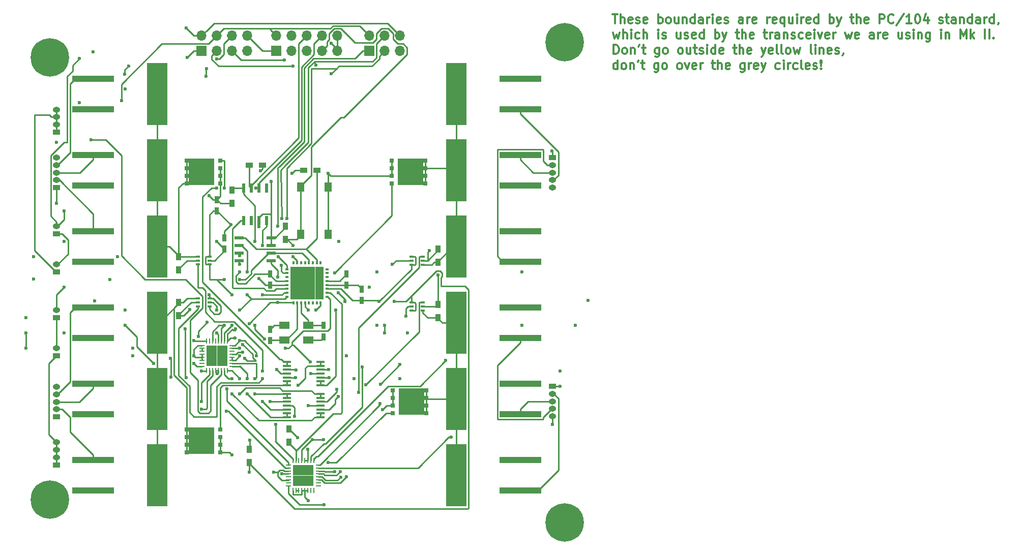
<source format=gbr>
G04 #@! TF.FileFunction,Copper,L1,Top,Signal*
%FSLAX46Y46*%
G04 Gerber Fmt 4.6, Leading zero omitted, Abs format (unit mm)*
G04 Created by KiCad (PCBNEW 4.0.7) date Thursday, February 15, 2018 'AMt' 11:15:33 AM*
%MOMM*%
%LPD*%
G01*
G04 APERTURE LIST*
%ADD10C,0.100000*%
%ADD11C,0.300000*%
%ADD12R,3.500120X10.408920*%
%ADD13R,7.010400X1.099820*%
%ADD14R,1.250000X0.950000*%
%ADD15O,1.250000X0.950000*%
%ADD16R,0.750000X1.200000*%
%ADD17R,1.700000X1.700000*%
%ADD18O,1.700000X1.700000*%
%ADD19R,4.350000X4.510000*%
%ADD20R,0.700000X0.700000*%
%ADD21R,0.900000X1.200000*%
%ADD22R,1.200000X0.900000*%
%ADD23R,0.600000X0.400000*%
%ADD24R,0.400000X0.600000*%
%ADD25R,1.365000X1.365000*%
%ADD26R,0.700000X0.400000*%
%ADD27R,1.397000X0.431800*%
%ADD28R,1.549400X0.599440*%
%ADD29R,1.300000X1.550000*%
%ADD30R,0.599440X1.549400*%
%ADD31R,1.800000X1.200000*%
%ADD32R,0.279400X0.848360*%
%ADD33R,0.848360X0.279400*%
%ADD34R,1.724660X1.724660*%
%ADD35C,6.400000*%
%ADD36C,0.600000*%
%ADD37C,0.250000*%
G04 APERTURE END LIST*
D10*
D11*
X198842857Y-50253571D02*
X199700000Y-50253571D01*
X199271429Y-51753571D02*
X199271429Y-50253571D01*
X200200000Y-51753571D02*
X200200000Y-50253571D01*
X200842857Y-51753571D02*
X200842857Y-50967857D01*
X200771428Y-50825000D01*
X200628571Y-50753571D01*
X200414286Y-50753571D01*
X200271428Y-50825000D01*
X200200000Y-50896429D01*
X202128571Y-51682143D02*
X201985714Y-51753571D01*
X201700000Y-51753571D01*
X201557143Y-51682143D01*
X201485714Y-51539286D01*
X201485714Y-50967857D01*
X201557143Y-50825000D01*
X201700000Y-50753571D01*
X201985714Y-50753571D01*
X202128571Y-50825000D01*
X202200000Y-50967857D01*
X202200000Y-51110714D01*
X201485714Y-51253571D01*
X202771428Y-51682143D02*
X202914285Y-51753571D01*
X203200000Y-51753571D01*
X203342857Y-51682143D01*
X203414285Y-51539286D01*
X203414285Y-51467857D01*
X203342857Y-51325000D01*
X203200000Y-51253571D01*
X202985714Y-51253571D01*
X202842857Y-51182143D01*
X202771428Y-51039286D01*
X202771428Y-50967857D01*
X202842857Y-50825000D01*
X202985714Y-50753571D01*
X203200000Y-50753571D01*
X203342857Y-50825000D01*
X204628571Y-51682143D02*
X204485714Y-51753571D01*
X204200000Y-51753571D01*
X204057143Y-51682143D01*
X203985714Y-51539286D01*
X203985714Y-50967857D01*
X204057143Y-50825000D01*
X204200000Y-50753571D01*
X204485714Y-50753571D01*
X204628571Y-50825000D01*
X204700000Y-50967857D01*
X204700000Y-51110714D01*
X203985714Y-51253571D01*
X206485714Y-51753571D02*
X206485714Y-50253571D01*
X206485714Y-50825000D02*
X206628571Y-50753571D01*
X206914285Y-50753571D01*
X207057142Y-50825000D01*
X207128571Y-50896429D01*
X207200000Y-51039286D01*
X207200000Y-51467857D01*
X207128571Y-51610714D01*
X207057142Y-51682143D01*
X206914285Y-51753571D01*
X206628571Y-51753571D01*
X206485714Y-51682143D01*
X208057143Y-51753571D02*
X207914285Y-51682143D01*
X207842857Y-51610714D01*
X207771428Y-51467857D01*
X207771428Y-51039286D01*
X207842857Y-50896429D01*
X207914285Y-50825000D01*
X208057143Y-50753571D01*
X208271428Y-50753571D01*
X208414285Y-50825000D01*
X208485714Y-50896429D01*
X208557143Y-51039286D01*
X208557143Y-51467857D01*
X208485714Y-51610714D01*
X208414285Y-51682143D01*
X208271428Y-51753571D01*
X208057143Y-51753571D01*
X209842857Y-50753571D02*
X209842857Y-51753571D01*
X209200000Y-50753571D02*
X209200000Y-51539286D01*
X209271428Y-51682143D01*
X209414286Y-51753571D01*
X209628571Y-51753571D01*
X209771428Y-51682143D01*
X209842857Y-51610714D01*
X210557143Y-50753571D02*
X210557143Y-51753571D01*
X210557143Y-50896429D02*
X210628571Y-50825000D01*
X210771429Y-50753571D01*
X210985714Y-50753571D01*
X211128571Y-50825000D01*
X211200000Y-50967857D01*
X211200000Y-51753571D01*
X212557143Y-51753571D02*
X212557143Y-50253571D01*
X212557143Y-51682143D02*
X212414286Y-51753571D01*
X212128572Y-51753571D01*
X211985714Y-51682143D01*
X211914286Y-51610714D01*
X211842857Y-51467857D01*
X211842857Y-51039286D01*
X211914286Y-50896429D01*
X211985714Y-50825000D01*
X212128572Y-50753571D01*
X212414286Y-50753571D01*
X212557143Y-50825000D01*
X213914286Y-51753571D02*
X213914286Y-50967857D01*
X213842857Y-50825000D01*
X213700000Y-50753571D01*
X213414286Y-50753571D01*
X213271429Y-50825000D01*
X213914286Y-51682143D02*
X213771429Y-51753571D01*
X213414286Y-51753571D01*
X213271429Y-51682143D01*
X213200000Y-51539286D01*
X213200000Y-51396429D01*
X213271429Y-51253571D01*
X213414286Y-51182143D01*
X213771429Y-51182143D01*
X213914286Y-51110714D01*
X214628572Y-51753571D02*
X214628572Y-50753571D01*
X214628572Y-51039286D02*
X214700000Y-50896429D01*
X214771429Y-50825000D01*
X214914286Y-50753571D01*
X215057143Y-50753571D01*
X215557143Y-51753571D02*
X215557143Y-50753571D01*
X215557143Y-50253571D02*
X215485714Y-50325000D01*
X215557143Y-50396429D01*
X215628571Y-50325000D01*
X215557143Y-50253571D01*
X215557143Y-50396429D01*
X216842857Y-51682143D02*
X216700000Y-51753571D01*
X216414286Y-51753571D01*
X216271429Y-51682143D01*
X216200000Y-51539286D01*
X216200000Y-50967857D01*
X216271429Y-50825000D01*
X216414286Y-50753571D01*
X216700000Y-50753571D01*
X216842857Y-50825000D01*
X216914286Y-50967857D01*
X216914286Y-51110714D01*
X216200000Y-51253571D01*
X217485714Y-51682143D02*
X217628571Y-51753571D01*
X217914286Y-51753571D01*
X218057143Y-51682143D01*
X218128571Y-51539286D01*
X218128571Y-51467857D01*
X218057143Y-51325000D01*
X217914286Y-51253571D01*
X217700000Y-51253571D01*
X217557143Y-51182143D01*
X217485714Y-51039286D01*
X217485714Y-50967857D01*
X217557143Y-50825000D01*
X217700000Y-50753571D01*
X217914286Y-50753571D01*
X218057143Y-50825000D01*
X220557143Y-51753571D02*
X220557143Y-50967857D01*
X220485714Y-50825000D01*
X220342857Y-50753571D01*
X220057143Y-50753571D01*
X219914286Y-50825000D01*
X220557143Y-51682143D02*
X220414286Y-51753571D01*
X220057143Y-51753571D01*
X219914286Y-51682143D01*
X219842857Y-51539286D01*
X219842857Y-51396429D01*
X219914286Y-51253571D01*
X220057143Y-51182143D01*
X220414286Y-51182143D01*
X220557143Y-51110714D01*
X221271429Y-51753571D02*
X221271429Y-50753571D01*
X221271429Y-51039286D02*
X221342857Y-50896429D01*
X221414286Y-50825000D01*
X221557143Y-50753571D01*
X221700000Y-50753571D01*
X222771428Y-51682143D02*
X222628571Y-51753571D01*
X222342857Y-51753571D01*
X222200000Y-51682143D01*
X222128571Y-51539286D01*
X222128571Y-50967857D01*
X222200000Y-50825000D01*
X222342857Y-50753571D01*
X222628571Y-50753571D01*
X222771428Y-50825000D01*
X222842857Y-50967857D01*
X222842857Y-51110714D01*
X222128571Y-51253571D01*
X224628571Y-51753571D02*
X224628571Y-50753571D01*
X224628571Y-51039286D02*
X224699999Y-50896429D01*
X224771428Y-50825000D01*
X224914285Y-50753571D01*
X225057142Y-50753571D01*
X226128570Y-51682143D02*
X225985713Y-51753571D01*
X225699999Y-51753571D01*
X225557142Y-51682143D01*
X225485713Y-51539286D01*
X225485713Y-50967857D01*
X225557142Y-50825000D01*
X225699999Y-50753571D01*
X225985713Y-50753571D01*
X226128570Y-50825000D01*
X226199999Y-50967857D01*
X226199999Y-51110714D01*
X225485713Y-51253571D01*
X227485713Y-50753571D02*
X227485713Y-52253571D01*
X227485713Y-51682143D02*
X227342856Y-51753571D01*
X227057142Y-51753571D01*
X226914284Y-51682143D01*
X226842856Y-51610714D01*
X226771427Y-51467857D01*
X226771427Y-51039286D01*
X226842856Y-50896429D01*
X226914284Y-50825000D01*
X227057142Y-50753571D01*
X227342856Y-50753571D01*
X227485713Y-50825000D01*
X228842856Y-50753571D02*
X228842856Y-51753571D01*
X228199999Y-50753571D02*
X228199999Y-51539286D01*
X228271427Y-51682143D01*
X228414285Y-51753571D01*
X228628570Y-51753571D01*
X228771427Y-51682143D01*
X228842856Y-51610714D01*
X229557142Y-51753571D02*
X229557142Y-50753571D01*
X229557142Y-50253571D02*
X229485713Y-50325000D01*
X229557142Y-50396429D01*
X229628570Y-50325000D01*
X229557142Y-50253571D01*
X229557142Y-50396429D01*
X230271428Y-51753571D02*
X230271428Y-50753571D01*
X230271428Y-51039286D02*
X230342856Y-50896429D01*
X230414285Y-50825000D01*
X230557142Y-50753571D01*
X230699999Y-50753571D01*
X231771427Y-51682143D02*
X231628570Y-51753571D01*
X231342856Y-51753571D01*
X231199999Y-51682143D01*
X231128570Y-51539286D01*
X231128570Y-50967857D01*
X231199999Y-50825000D01*
X231342856Y-50753571D01*
X231628570Y-50753571D01*
X231771427Y-50825000D01*
X231842856Y-50967857D01*
X231842856Y-51110714D01*
X231128570Y-51253571D01*
X233128570Y-51753571D02*
X233128570Y-50253571D01*
X233128570Y-51682143D02*
X232985713Y-51753571D01*
X232699999Y-51753571D01*
X232557141Y-51682143D01*
X232485713Y-51610714D01*
X232414284Y-51467857D01*
X232414284Y-51039286D01*
X232485713Y-50896429D01*
X232557141Y-50825000D01*
X232699999Y-50753571D01*
X232985713Y-50753571D01*
X233128570Y-50825000D01*
X234985713Y-51753571D02*
X234985713Y-50253571D01*
X234985713Y-50825000D02*
X235128570Y-50753571D01*
X235414284Y-50753571D01*
X235557141Y-50825000D01*
X235628570Y-50896429D01*
X235699999Y-51039286D01*
X235699999Y-51467857D01*
X235628570Y-51610714D01*
X235557141Y-51682143D01*
X235414284Y-51753571D01*
X235128570Y-51753571D01*
X234985713Y-51682143D01*
X236199999Y-50753571D02*
X236557142Y-51753571D01*
X236914284Y-50753571D02*
X236557142Y-51753571D01*
X236414284Y-52110714D01*
X236342856Y-52182143D01*
X236199999Y-52253571D01*
X238414284Y-50753571D02*
X238985713Y-50753571D01*
X238628570Y-50253571D02*
X238628570Y-51539286D01*
X238699998Y-51682143D01*
X238842856Y-51753571D01*
X238985713Y-51753571D01*
X239485713Y-51753571D02*
X239485713Y-50253571D01*
X240128570Y-51753571D02*
X240128570Y-50967857D01*
X240057141Y-50825000D01*
X239914284Y-50753571D01*
X239699999Y-50753571D01*
X239557141Y-50825000D01*
X239485713Y-50896429D01*
X241414284Y-51682143D02*
X241271427Y-51753571D01*
X240985713Y-51753571D01*
X240842856Y-51682143D01*
X240771427Y-51539286D01*
X240771427Y-50967857D01*
X240842856Y-50825000D01*
X240985713Y-50753571D01*
X241271427Y-50753571D01*
X241414284Y-50825000D01*
X241485713Y-50967857D01*
X241485713Y-51110714D01*
X240771427Y-51253571D01*
X243271427Y-51753571D02*
X243271427Y-50253571D01*
X243842855Y-50253571D01*
X243985713Y-50325000D01*
X244057141Y-50396429D01*
X244128570Y-50539286D01*
X244128570Y-50753571D01*
X244057141Y-50896429D01*
X243985713Y-50967857D01*
X243842855Y-51039286D01*
X243271427Y-51039286D01*
X245628570Y-51610714D02*
X245557141Y-51682143D01*
X245342855Y-51753571D01*
X245199998Y-51753571D01*
X244985713Y-51682143D01*
X244842855Y-51539286D01*
X244771427Y-51396429D01*
X244699998Y-51110714D01*
X244699998Y-50896429D01*
X244771427Y-50610714D01*
X244842855Y-50467857D01*
X244985713Y-50325000D01*
X245199998Y-50253571D01*
X245342855Y-50253571D01*
X245557141Y-50325000D01*
X245628570Y-50396429D01*
X247342855Y-50182143D02*
X246057141Y-52110714D01*
X248628570Y-51753571D02*
X247771427Y-51753571D01*
X248199999Y-51753571D02*
X248199999Y-50253571D01*
X248057142Y-50467857D01*
X247914284Y-50610714D01*
X247771427Y-50682143D01*
X249557141Y-50253571D02*
X249699998Y-50253571D01*
X249842855Y-50325000D01*
X249914284Y-50396429D01*
X249985713Y-50539286D01*
X250057141Y-50825000D01*
X250057141Y-51182143D01*
X249985713Y-51467857D01*
X249914284Y-51610714D01*
X249842855Y-51682143D01*
X249699998Y-51753571D01*
X249557141Y-51753571D01*
X249414284Y-51682143D01*
X249342855Y-51610714D01*
X249271427Y-51467857D01*
X249199998Y-51182143D01*
X249199998Y-50825000D01*
X249271427Y-50539286D01*
X249342855Y-50396429D01*
X249414284Y-50325000D01*
X249557141Y-50253571D01*
X251342855Y-50753571D02*
X251342855Y-51753571D01*
X250985712Y-50182143D02*
X250628569Y-51253571D01*
X251557141Y-51253571D01*
X253199997Y-51682143D02*
X253342854Y-51753571D01*
X253628569Y-51753571D01*
X253771426Y-51682143D01*
X253842854Y-51539286D01*
X253842854Y-51467857D01*
X253771426Y-51325000D01*
X253628569Y-51253571D01*
X253414283Y-51253571D01*
X253271426Y-51182143D01*
X253199997Y-51039286D01*
X253199997Y-50967857D01*
X253271426Y-50825000D01*
X253414283Y-50753571D01*
X253628569Y-50753571D01*
X253771426Y-50825000D01*
X254271426Y-50753571D02*
X254842855Y-50753571D01*
X254485712Y-50253571D02*
X254485712Y-51539286D01*
X254557140Y-51682143D01*
X254699998Y-51753571D01*
X254842855Y-51753571D01*
X255985712Y-51753571D02*
X255985712Y-50967857D01*
X255914283Y-50825000D01*
X255771426Y-50753571D01*
X255485712Y-50753571D01*
X255342855Y-50825000D01*
X255985712Y-51682143D02*
X255842855Y-51753571D01*
X255485712Y-51753571D01*
X255342855Y-51682143D01*
X255271426Y-51539286D01*
X255271426Y-51396429D01*
X255342855Y-51253571D01*
X255485712Y-51182143D01*
X255842855Y-51182143D01*
X255985712Y-51110714D01*
X256699998Y-50753571D02*
X256699998Y-51753571D01*
X256699998Y-50896429D02*
X256771426Y-50825000D01*
X256914284Y-50753571D01*
X257128569Y-50753571D01*
X257271426Y-50825000D01*
X257342855Y-50967857D01*
X257342855Y-51753571D01*
X258699998Y-51753571D02*
X258699998Y-50253571D01*
X258699998Y-51682143D02*
X258557141Y-51753571D01*
X258271427Y-51753571D01*
X258128569Y-51682143D01*
X258057141Y-51610714D01*
X257985712Y-51467857D01*
X257985712Y-51039286D01*
X258057141Y-50896429D01*
X258128569Y-50825000D01*
X258271427Y-50753571D01*
X258557141Y-50753571D01*
X258699998Y-50825000D01*
X260057141Y-51753571D02*
X260057141Y-50967857D01*
X259985712Y-50825000D01*
X259842855Y-50753571D01*
X259557141Y-50753571D01*
X259414284Y-50825000D01*
X260057141Y-51682143D02*
X259914284Y-51753571D01*
X259557141Y-51753571D01*
X259414284Y-51682143D01*
X259342855Y-51539286D01*
X259342855Y-51396429D01*
X259414284Y-51253571D01*
X259557141Y-51182143D01*
X259914284Y-51182143D01*
X260057141Y-51110714D01*
X260771427Y-51753571D02*
X260771427Y-50753571D01*
X260771427Y-51039286D02*
X260842855Y-50896429D01*
X260914284Y-50825000D01*
X261057141Y-50753571D01*
X261199998Y-50753571D01*
X262342855Y-51753571D02*
X262342855Y-50253571D01*
X262342855Y-51682143D02*
X262199998Y-51753571D01*
X261914284Y-51753571D01*
X261771426Y-51682143D01*
X261699998Y-51610714D01*
X261628569Y-51467857D01*
X261628569Y-51039286D01*
X261699998Y-50896429D01*
X261771426Y-50825000D01*
X261914284Y-50753571D01*
X262199998Y-50753571D01*
X262342855Y-50825000D01*
X263128569Y-51682143D02*
X263128569Y-51753571D01*
X263057141Y-51896429D01*
X262985712Y-51967857D01*
X198914286Y-53303571D02*
X199200000Y-54303571D01*
X199485714Y-53589286D01*
X199771429Y-54303571D01*
X200057143Y-53303571D01*
X200628572Y-54303571D02*
X200628572Y-52803571D01*
X201271429Y-54303571D02*
X201271429Y-53517857D01*
X201200000Y-53375000D01*
X201057143Y-53303571D01*
X200842858Y-53303571D01*
X200700000Y-53375000D01*
X200628572Y-53446429D01*
X201985715Y-54303571D02*
X201985715Y-53303571D01*
X201985715Y-52803571D02*
X201914286Y-52875000D01*
X201985715Y-52946429D01*
X202057143Y-52875000D01*
X201985715Y-52803571D01*
X201985715Y-52946429D01*
X203342858Y-54232143D02*
X203200001Y-54303571D01*
X202914287Y-54303571D01*
X202771429Y-54232143D01*
X202700001Y-54160714D01*
X202628572Y-54017857D01*
X202628572Y-53589286D01*
X202700001Y-53446429D01*
X202771429Y-53375000D01*
X202914287Y-53303571D01*
X203200001Y-53303571D01*
X203342858Y-53375000D01*
X203985715Y-54303571D02*
X203985715Y-52803571D01*
X204628572Y-54303571D02*
X204628572Y-53517857D01*
X204557143Y-53375000D01*
X204414286Y-53303571D01*
X204200001Y-53303571D01*
X204057143Y-53375000D01*
X203985715Y-53446429D01*
X206485715Y-54303571D02*
X206485715Y-53303571D01*
X206485715Y-52803571D02*
X206414286Y-52875000D01*
X206485715Y-52946429D01*
X206557143Y-52875000D01*
X206485715Y-52803571D01*
X206485715Y-52946429D01*
X207128572Y-54232143D02*
X207271429Y-54303571D01*
X207557144Y-54303571D01*
X207700001Y-54232143D01*
X207771429Y-54089286D01*
X207771429Y-54017857D01*
X207700001Y-53875000D01*
X207557144Y-53803571D01*
X207342858Y-53803571D01*
X207200001Y-53732143D01*
X207128572Y-53589286D01*
X207128572Y-53517857D01*
X207200001Y-53375000D01*
X207342858Y-53303571D01*
X207557144Y-53303571D01*
X207700001Y-53375000D01*
X210200001Y-53303571D02*
X210200001Y-54303571D01*
X209557144Y-53303571D02*
X209557144Y-54089286D01*
X209628572Y-54232143D01*
X209771430Y-54303571D01*
X209985715Y-54303571D01*
X210128572Y-54232143D01*
X210200001Y-54160714D01*
X210842858Y-54232143D02*
X210985715Y-54303571D01*
X211271430Y-54303571D01*
X211414287Y-54232143D01*
X211485715Y-54089286D01*
X211485715Y-54017857D01*
X211414287Y-53875000D01*
X211271430Y-53803571D01*
X211057144Y-53803571D01*
X210914287Y-53732143D01*
X210842858Y-53589286D01*
X210842858Y-53517857D01*
X210914287Y-53375000D01*
X211057144Y-53303571D01*
X211271430Y-53303571D01*
X211414287Y-53375000D01*
X212700001Y-54232143D02*
X212557144Y-54303571D01*
X212271430Y-54303571D01*
X212128573Y-54232143D01*
X212057144Y-54089286D01*
X212057144Y-53517857D01*
X212128573Y-53375000D01*
X212271430Y-53303571D01*
X212557144Y-53303571D01*
X212700001Y-53375000D01*
X212771430Y-53517857D01*
X212771430Y-53660714D01*
X212057144Y-53803571D01*
X214057144Y-54303571D02*
X214057144Y-52803571D01*
X214057144Y-54232143D02*
X213914287Y-54303571D01*
X213628573Y-54303571D01*
X213485715Y-54232143D01*
X213414287Y-54160714D01*
X213342858Y-54017857D01*
X213342858Y-53589286D01*
X213414287Y-53446429D01*
X213485715Y-53375000D01*
X213628573Y-53303571D01*
X213914287Y-53303571D01*
X214057144Y-53375000D01*
X215914287Y-54303571D02*
X215914287Y-52803571D01*
X215914287Y-53375000D02*
X216057144Y-53303571D01*
X216342858Y-53303571D01*
X216485715Y-53375000D01*
X216557144Y-53446429D01*
X216628573Y-53589286D01*
X216628573Y-54017857D01*
X216557144Y-54160714D01*
X216485715Y-54232143D01*
X216342858Y-54303571D01*
X216057144Y-54303571D01*
X215914287Y-54232143D01*
X217128573Y-53303571D02*
X217485716Y-54303571D01*
X217842858Y-53303571D02*
X217485716Y-54303571D01*
X217342858Y-54660714D01*
X217271430Y-54732143D01*
X217128573Y-54803571D01*
X219342858Y-53303571D02*
X219914287Y-53303571D01*
X219557144Y-52803571D02*
X219557144Y-54089286D01*
X219628572Y-54232143D01*
X219771430Y-54303571D01*
X219914287Y-54303571D01*
X220414287Y-54303571D02*
X220414287Y-52803571D01*
X221057144Y-54303571D02*
X221057144Y-53517857D01*
X220985715Y-53375000D01*
X220842858Y-53303571D01*
X220628573Y-53303571D01*
X220485715Y-53375000D01*
X220414287Y-53446429D01*
X222342858Y-54232143D02*
X222200001Y-54303571D01*
X221914287Y-54303571D01*
X221771430Y-54232143D01*
X221700001Y-54089286D01*
X221700001Y-53517857D01*
X221771430Y-53375000D01*
X221914287Y-53303571D01*
X222200001Y-53303571D01*
X222342858Y-53375000D01*
X222414287Y-53517857D01*
X222414287Y-53660714D01*
X221700001Y-53803571D01*
X223985715Y-53303571D02*
X224557144Y-53303571D01*
X224200001Y-52803571D02*
X224200001Y-54089286D01*
X224271429Y-54232143D01*
X224414287Y-54303571D01*
X224557144Y-54303571D01*
X225057144Y-54303571D02*
X225057144Y-53303571D01*
X225057144Y-53589286D02*
X225128572Y-53446429D01*
X225200001Y-53375000D01*
X225342858Y-53303571D01*
X225485715Y-53303571D01*
X226628572Y-54303571D02*
X226628572Y-53517857D01*
X226557143Y-53375000D01*
X226414286Y-53303571D01*
X226128572Y-53303571D01*
X225985715Y-53375000D01*
X226628572Y-54232143D02*
X226485715Y-54303571D01*
X226128572Y-54303571D01*
X225985715Y-54232143D01*
X225914286Y-54089286D01*
X225914286Y-53946429D01*
X225985715Y-53803571D01*
X226128572Y-53732143D01*
X226485715Y-53732143D01*
X226628572Y-53660714D01*
X227342858Y-53303571D02*
X227342858Y-54303571D01*
X227342858Y-53446429D02*
X227414286Y-53375000D01*
X227557144Y-53303571D01*
X227771429Y-53303571D01*
X227914286Y-53375000D01*
X227985715Y-53517857D01*
X227985715Y-54303571D01*
X228628572Y-54232143D02*
X228771429Y-54303571D01*
X229057144Y-54303571D01*
X229200001Y-54232143D01*
X229271429Y-54089286D01*
X229271429Y-54017857D01*
X229200001Y-53875000D01*
X229057144Y-53803571D01*
X228842858Y-53803571D01*
X228700001Y-53732143D01*
X228628572Y-53589286D01*
X228628572Y-53517857D01*
X228700001Y-53375000D01*
X228842858Y-53303571D01*
X229057144Y-53303571D01*
X229200001Y-53375000D01*
X230557144Y-54232143D02*
X230414287Y-54303571D01*
X230128573Y-54303571D01*
X229985715Y-54232143D01*
X229914287Y-54160714D01*
X229842858Y-54017857D01*
X229842858Y-53589286D01*
X229914287Y-53446429D01*
X229985715Y-53375000D01*
X230128573Y-53303571D01*
X230414287Y-53303571D01*
X230557144Y-53375000D01*
X231771429Y-54232143D02*
X231628572Y-54303571D01*
X231342858Y-54303571D01*
X231200001Y-54232143D01*
X231128572Y-54089286D01*
X231128572Y-53517857D01*
X231200001Y-53375000D01*
X231342858Y-53303571D01*
X231628572Y-53303571D01*
X231771429Y-53375000D01*
X231842858Y-53517857D01*
X231842858Y-53660714D01*
X231128572Y-53803571D01*
X232485715Y-54303571D02*
X232485715Y-53303571D01*
X232485715Y-52803571D02*
X232414286Y-52875000D01*
X232485715Y-52946429D01*
X232557143Y-52875000D01*
X232485715Y-52803571D01*
X232485715Y-52946429D01*
X233057144Y-53303571D02*
X233414287Y-54303571D01*
X233771429Y-53303571D01*
X234914286Y-54232143D02*
X234771429Y-54303571D01*
X234485715Y-54303571D01*
X234342858Y-54232143D01*
X234271429Y-54089286D01*
X234271429Y-53517857D01*
X234342858Y-53375000D01*
X234485715Y-53303571D01*
X234771429Y-53303571D01*
X234914286Y-53375000D01*
X234985715Y-53517857D01*
X234985715Y-53660714D01*
X234271429Y-53803571D01*
X235628572Y-54303571D02*
X235628572Y-53303571D01*
X235628572Y-53589286D02*
X235700000Y-53446429D01*
X235771429Y-53375000D01*
X235914286Y-53303571D01*
X236057143Y-53303571D01*
X237557143Y-53303571D02*
X237842857Y-54303571D01*
X238128571Y-53589286D01*
X238414286Y-54303571D01*
X238700000Y-53303571D01*
X239842857Y-54232143D02*
X239700000Y-54303571D01*
X239414286Y-54303571D01*
X239271429Y-54232143D01*
X239200000Y-54089286D01*
X239200000Y-53517857D01*
X239271429Y-53375000D01*
X239414286Y-53303571D01*
X239700000Y-53303571D01*
X239842857Y-53375000D01*
X239914286Y-53517857D01*
X239914286Y-53660714D01*
X239200000Y-53803571D01*
X242342857Y-54303571D02*
X242342857Y-53517857D01*
X242271428Y-53375000D01*
X242128571Y-53303571D01*
X241842857Y-53303571D01*
X241700000Y-53375000D01*
X242342857Y-54232143D02*
X242200000Y-54303571D01*
X241842857Y-54303571D01*
X241700000Y-54232143D01*
X241628571Y-54089286D01*
X241628571Y-53946429D01*
X241700000Y-53803571D01*
X241842857Y-53732143D01*
X242200000Y-53732143D01*
X242342857Y-53660714D01*
X243057143Y-54303571D02*
X243057143Y-53303571D01*
X243057143Y-53589286D02*
X243128571Y-53446429D01*
X243200000Y-53375000D01*
X243342857Y-53303571D01*
X243485714Y-53303571D01*
X244557142Y-54232143D02*
X244414285Y-54303571D01*
X244128571Y-54303571D01*
X243985714Y-54232143D01*
X243914285Y-54089286D01*
X243914285Y-53517857D01*
X243985714Y-53375000D01*
X244128571Y-53303571D01*
X244414285Y-53303571D01*
X244557142Y-53375000D01*
X244628571Y-53517857D01*
X244628571Y-53660714D01*
X243914285Y-53803571D01*
X247057142Y-53303571D02*
X247057142Y-54303571D01*
X246414285Y-53303571D02*
X246414285Y-54089286D01*
X246485713Y-54232143D01*
X246628571Y-54303571D01*
X246842856Y-54303571D01*
X246985713Y-54232143D01*
X247057142Y-54160714D01*
X247699999Y-54232143D02*
X247842856Y-54303571D01*
X248128571Y-54303571D01*
X248271428Y-54232143D01*
X248342856Y-54089286D01*
X248342856Y-54017857D01*
X248271428Y-53875000D01*
X248128571Y-53803571D01*
X247914285Y-53803571D01*
X247771428Y-53732143D01*
X247699999Y-53589286D01*
X247699999Y-53517857D01*
X247771428Y-53375000D01*
X247914285Y-53303571D01*
X248128571Y-53303571D01*
X248271428Y-53375000D01*
X248985714Y-54303571D02*
X248985714Y-53303571D01*
X248985714Y-52803571D02*
X248914285Y-52875000D01*
X248985714Y-52946429D01*
X249057142Y-52875000D01*
X248985714Y-52803571D01*
X248985714Y-52946429D01*
X249700000Y-53303571D02*
X249700000Y-54303571D01*
X249700000Y-53446429D02*
X249771428Y-53375000D01*
X249914286Y-53303571D01*
X250128571Y-53303571D01*
X250271428Y-53375000D01*
X250342857Y-53517857D01*
X250342857Y-54303571D01*
X251700000Y-53303571D02*
X251700000Y-54517857D01*
X251628571Y-54660714D01*
X251557143Y-54732143D01*
X251414286Y-54803571D01*
X251200000Y-54803571D01*
X251057143Y-54732143D01*
X251700000Y-54232143D02*
X251557143Y-54303571D01*
X251271429Y-54303571D01*
X251128571Y-54232143D01*
X251057143Y-54160714D01*
X250985714Y-54017857D01*
X250985714Y-53589286D01*
X251057143Y-53446429D01*
X251128571Y-53375000D01*
X251271429Y-53303571D01*
X251557143Y-53303571D01*
X251700000Y-53375000D01*
X253557143Y-54303571D02*
X253557143Y-53303571D01*
X253557143Y-52803571D02*
X253485714Y-52875000D01*
X253557143Y-52946429D01*
X253628571Y-52875000D01*
X253557143Y-52803571D01*
X253557143Y-52946429D01*
X254271429Y-53303571D02*
X254271429Y-54303571D01*
X254271429Y-53446429D02*
X254342857Y-53375000D01*
X254485715Y-53303571D01*
X254700000Y-53303571D01*
X254842857Y-53375000D01*
X254914286Y-53517857D01*
X254914286Y-54303571D01*
X256771429Y-54303571D02*
X256771429Y-52803571D01*
X257271429Y-53875000D01*
X257771429Y-52803571D01*
X257771429Y-54303571D01*
X258485715Y-54303571D02*
X258485715Y-52803571D01*
X258628572Y-53732143D02*
X259057143Y-54303571D01*
X259057143Y-53303571D02*
X258485715Y-53875000D01*
X260842858Y-54303571D02*
X260842858Y-52803571D01*
X261557144Y-54303571D02*
X261557144Y-52803571D01*
X262271430Y-54160714D02*
X262342858Y-54232143D01*
X262271430Y-54303571D01*
X262200001Y-54232143D01*
X262271430Y-54160714D01*
X262271430Y-54303571D01*
X199057143Y-56853571D02*
X199057143Y-55353571D01*
X199414286Y-55353571D01*
X199628571Y-55425000D01*
X199771429Y-55567857D01*
X199842857Y-55710714D01*
X199914286Y-55996429D01*
X199914286Y-56210714D01*
X199842857Y-56496429D01*
X199771429Y-56639286D01*
X199628571Y-56782143D01*
X199414286Y-56853571D01*
X199057143Y-56853571D01*
X200771429Y-56853571D02*
X200628571Y-56782143D01*
X200557143Y-56710714D01*
X200485714Y-56567857D01*
X200485714Y-56139286D01*
X200557143Y-55996429D01*
X200628571Y-55925000D01*
X200771429Y-55853571D01*
X200985714Y-55853571D01*
X201128571Y-55925000D01*
X201200000Y-55996429D01*
X201271429Y-56139286D01*
X201271429Y-56567857D01*
X201200000Y-56710714D01*
X201128571Y-56782143D01*
X200985714Y-56853571D01*
X200771429Y-56853571D01*
X201914286Y-55853571D02*
X201914286Y-56853571D01*
X201914286Y-55996429D02*
X201985714Y-55925000D01*
X202128572Y-55853571D01*
X202342857Y-55853571D01*
X202485714Y-55925000D01*
X202557143Y-56067857D01*
X202557143Y-56853571D01*
X203342857Y-55353571D02*
X203200000Y-55639286D01*
X203771429Y-55853571D02*
X204342858Y-55853571D01*
X203985715Y-55353571D02*
X203985715Y-56639286D01*
X204057143Y-56782143D01*
X204200001Y-56853571D01*
X204342858Y-56853571D01*
X206628572Y-55853571D02*
X206628572Y-57067857D01*
X206557143Y-57210714D01*
X206485715Y-57282143D01*
X206342858Y-57353571D01*
X206128572Y-57353571D01*
X205985715Y-57282143D01*
X206628572Y-56782143D02*
X206485715Y-56853571D01*
X206200001Y-56853571D01*
X206057143Y-56782143D01*
X205985715Y-56710714D01*
X205914286Y-56567857D01*
X205914286Y-56139286D01*
X205985715Y-55996429D01*
X206057143Y-55925000D01*
X206200001Y-55853571D01*
X206485715Y-55853571D01*
X206628572Y-55925000D01*
X207557144Y-56853571D02*
X207414286Y-56782143D01*
X207342858Y-56710714D01*
X207271429Y-56567857D01*
X207271429Y-56139286D01*
X207342858Y-55996429D01*
X207414286Y-55925000D01*
X207557144Y-55853571D01*
X207771429Y-55853571D01*
X207914286Y-55925000D01*
X207985715Y-55996429D01*
X208057144Y-56139286D01*
X208057144Y-56567857D01*
X207985715Y-56710714D01*
X207914286Y-56782143D01*
X207771429Y-56853571D01*
X207557144Y-56853571D01*
X210057144Y-56853571D02*
X209914286Y-56782143D01*
X209842858Y-56710714D01*
X209771429Y-56567857D01*
X209771429Y-56139286D01*
X209842858Y-55996429D01*
X209914286Y-55925000D01*
X210057144Y-55853571D01*
X210271429Y-55853571D01*
X210414286Y-55925000D01*
X210485715Y-55996429D01*
X210557144Y-56139286D01*
X210557144Y-56567857D01*
X210485715Y-56710714D01*
X210414286Y-56782143D01*
X210271429Y-56853571D01*
X210057144Y-56853571D01*
X211842858Y-55853571D02*
X211842858Y-56853571D01*
X211200001Y-55853571D02*
X211200001Y-56639286D01*
X211271429Y-56782143D01*
X211414287Y-56853571D01*
X211628572Y-56853571D01*
X211771429Y-56782143D01*
X211842858Y-56710714D01*
X212342858Y-55853571D02*
X212914287Y-55853571D01*
X212557144Y-55353571D02*
X212557144Y-56639286D01*
X212628572Y-56782143D01*
X212771430Y-56853571D01*
X212914287Y-56853571D01*
X213342858Y-56782143D02*
X213485715Y-56853571D01*
X213771430Y-56853571D01*
X213914287Y-56782143D01*
X213985715Y-56639286D01*
X213985715Y-56567857D01*
X213914287Y-56425000D01*
X213771430Y-56353571D01*
X213557144Y-56353571D01*
X213414287Y-56282143D01*
X213342858Y-56139286D01*
X213342858Y-56067857D01*
X213414287Y-55925000D01*
X213557144Y-55853571D01*
X213771430Y-55853571D01*
X213914287Y-55925000D01*
X214628573Y-56853571D02*
X214628573Y-55853571D01*
X214628573Y-55353571D02*
X214557144Y-55425000D01*
X214628573Y-55496429D01*
X214700001Y-55425000D01*
X214628573Y-55353571D01*
X214628573Y-55496429D01*
X215985716Y-56853571D02*
X215985716Y-55353571D01*
X215985716Y-56782143D02*
X215842859Y-56853571D01*
X215557145Y-56853571D01*
X215414287Y-56782143D01*
X215342859Y-56710714D01*
X215271430Y-56567857D01*
X215271430Y-56139286D01*
X215342859Y-55996429D01*
X215414287Y-55925000D01*
X215557145Y-55853571D01*
X215842859Y-55853571D01*
X215985716Y-55925000D01*
X217271430Y-56782143D02*
X217128573Y-56853571D01*
X216842859Y-56853571D01*
X216700002Y-56782143D01*
X216628573Y-56639286D01*
X216628573Y-56067857D01*
X216700002Y-55925000D01*
X216842859Y-55853571D01*
X217128573Y-55853571D01*
X217271430Y-55925000D01*
X217342859Y-56067857D01*
X217342859Y-56210714D01*
X216628573Y-56353571D01*
X218914287Y-55853571D02*
X219485716Y-55853571D01*
X219128573Y-55353571D02*
X219128573Y-56639286D01*
X219200001Y-56782143D01*
X219342859Y-56853571D01*
X219485716Y-56853571D01*
X219985716Y-56853571D02*
X219985716Y-55353571D01*
X220628573Y-56853571D02*
X220628573Y-56067857D01*
X220557144Y-55925000D01*
X220414287Y-55853571D01*
X220200002Y-55853571D01*
X220057144Y-55925000D01*
X219985716Y-55996429D01*
X221914287Y-56782143D02*
X221771430Y-56853571D01*
X221485716Y-56853571D01*
X221342859Y-56782143D01*
X221271430Y-56639286D01*
X221271430Y-56067857D01*
X221342859Y-55925000D01*
X221485716Y-55853571D01*
X221771430Y-55853571D01*
X221914287Y-55925000D01*
X221985716Y-56067857D01*
X221985716Y-56210714D01*
X221271430Y-56353571D01*
X223628573Y-55853571D02*
X223985716Y-56853571D01*
X224342858Y-55853571D02*
X223985716Y-56853571D01*
X223842858Y-57210714D01*
X223771430Y-57282143D01*
X223628573Y-57353571D01*
X225485715Y-56782143D02*
X225342858Y-56853571D01*
X225057144Y-56853571D01*
X224914287Y-56782143D01*
X224842858Y-56639286D01*
X224842858Y-56067857D01*
X224914287Y-55925000D01*
X225057144Y-55853571D01*
X225342858Y-55853571D01*
X225485715Y-55925000D01*
X225557144Y-56067857D01*
X225557144Y-56210714D01*
X224842858Y-56353571D01*
X226414287Y-56853571D02*
X226271429Y-56782143D01*
X226200001Y-56639286D01*
X226200001Y-55353571D01*
X227200001Y-56853571D02*
X227057143Y-56782143D01*
X226985715Y-56639286D01*
X226985715Y-55353571D01*
X227985715Y-56853571D02*
X227842857Y-56782143D01*
X227771429Y-56710714D01*
X227700000Y-56567857D01*
X227700000Y-56139286D01*
X227771429Y-55996429D01*
X227842857Y-55925000D01*
X227985715Y-55853571D01*
X228200000Y-55853571D01*
X228342857Y-55925000D01*
X228414286Y-55996429D01*
X228485715Y-56139286D01*
X228485715Y-56567857D01*
X228414286Y-56710714D01*
X228342857Y-56782143D01*
X228200000Y-56853571D01*
X227985715Y-56853571D01*
X228985715Y-55853571D02*
X229271429Y-56853571D01*
X229557143Y-56139286D01*
X229842858Y-56853571D01*
X230128572Y-55853571D01*
X232057144Y-56853571D02*
X231914286Y-56782143D01*
X231842858Y-56639286D01*
X231842858Y-55353571D01*
X232628572Y-56853571D02*
X232628572Y-55853571D01*
X232628572Y-55353571D02*
X232557143Y-55425000D01*
X232628572Y-55496429D01*
X232700000Y-55425000D01*
X232628572Y-55353571D01*
X232628572Y-55496429D01*
X233342858Y-55853571D02*
X233342858Y-56853571D01*
X233342858Y-55996429D02*
X233414286Y-55925000D01*
X233557144Y-55853571D01*
X233771429Y-55853571D01*
X233914286Y-55925000D01*
X233985715Y-56067857D01*
X233985715Y-56853571D01*
X235271429Y-56782143D02*
X235128572Y-56853571D01*
X234842858Y-56853571D01*
X234700001Y-56782143D01*
X234628572Y-56639286D01*
X234628572Y-56067857D01*
X234700001Y-55925000D01*
X234842858Y-55853571D01*
X235128572Y-55853571D01*
X235271429Y-55925000D01*
X235342858Y-56067857D01*
X235342858Y-56210714D01*
X234628572Y-56353571D01*
X235914286Y-56782143D02*
X236057143Y-56853571D01*
X236342858Y-56853571D01*
X236485715Y-56782143D01*
X236557143Y-56639286D01*
X236557143Y-56567857D01*
X236485715Y-56425000D01*
X236342858Y-56353571D01*
X236128572Y-56353571D01*
X235985715Y-56282143D01*
X235914286Y-56139286D01*
X235914286Y-56067857D01*
X235985715Y-55925000D01*
X236128572Y-55853571D01*
X236342858Y-55853571D01*
X236485715Y-55925000D01*
X237271429Y-56782143D02*
X237271429Y-56853571D01*
X237200001Y-56996429D01*
X237128572Y-57067857D01*
X199700000Y-59403571D02*
X199700000Y-57903571D01*
X199700000Y-59332143D02*
X199557143Y-59403571D01*
X199271429Y-59403571D01*
X199128571Y-59332143D01*
X199057143Y-59260714D01*
X198985714Y-59117857D01*
X198985714Y-58689286D01*
X199057143Y-58546429D01*
X199128571Y-58475000D01*
X199271429Y-58403571D01*
X199557143Y-58403571D01*
X199700000Y-58475000D01*
X200628572Y-59403571D02*
X200485714Y-59332143D01*
X200414286Y-59260714D01*
X200342857Y-59117857D01*
X200342857Y-58689286D01*
X200414286Y-58546429D01*
X200485714Y-58475000D01*
X200628572Y-58403571D01*
X200842857Y-58403571D01*
X200985714Y-58475000D01*
X201057143Y-58546429D01*
X201128572Y-58689286D01*
X201128572Y-59117857D01*
X201057143Y-59260714D01*
X200985714Y-59332143D01*
X200842857Y-59403571D01*
X200628572Y-59403571D01*
X201771429Y-58403571D02*
X201771429Y-59403571D01*
X201771429Y-58546429D02*
X201842857Y-58475000D01*
X201985715Y-58403571D01*
X202200000Y-58403571D01*
X202342857Y-58475000D01*
X202414286Y-58617857D01*
X202414286Y-59403571D01*
X203200000Y-57903571D02*
X203057143Y-58189286D01*
X203628572Y-58403571D02*
X204200001Y-58403571D01*
X203842858Y-57903571D02*
X203842858Y-59189286D01*
X203914286Y-59332143D01*
X204057144Y-59403571D01*
X204200001Y-59403571D01*
X206485715Y-58403571D02*
X206485715Y-59617857D01*
X206414286Y-59760714D01*
X206342858Y-59832143D01*
X206200001Y-59903571D01*
X205985715Y-59903571D01*
X205842858Y-59832143D01*
X206485715Y-59332143D02*
X206342858Y-59403571D01*
X206057144Y-59403571D01*
X205914286Y-59332143D01*
X205842858Y-59260714D01*
X205771429Y-59117857D01*
X205771429Y-58689286D01*
X205842858Y-58546429D01*
X205914286Y-58475000D01*
X206057144Y-58403571D01*
X206342858Y-58403571D01*
X206485715Y-58475000D01*
X207414287Y-59403571D02*
X207271429Y-59332143D01*
X207200001Y-59260714D01*
X207128572Y-59117857D01*
X207128572Y-58689286D01*
X207200001Y-58546429D01*
X207271429Y-58475000D01*
X207414287Y-58403571D01*
X207628572Y-58403571D01*
X207771429Y-58475000D01*
X207842858Y-58546429D01*
X207914287Y-58689286D01*
X207914287Y-59117857D01*
X207842858Y-59260714D01*
X207771429Y-59332143D01*
X207628572Y-59403571D01*
X207414287Y-59403571D01*
X209914287Y-59403571D02*
X209771429Y-59332143D01*
X209700001Y-59260714D01*
X209628572Y-59117857D01*
X209628572Y-58689286D01*
X209700001Y-58546429D01*
X209771429Y-58475000D01*
X209914287Y-58403571D01*
X210128572Y-58403571D01*
X210271429Y-58475000D01*
X210342858Y-58546429D01*
X210414287Y-58689286D01*
X210414287Y-59117857D01*
X210342858Y-59260714D01*
X210271429Y-59332143D01*
X210128572Y-59403571D01*
X209914287Y-59403571D01*
X210914287Y-58403571D02*
X211271430Y-59403571D01*
X211628572Y-58403571D01*
X212771429Y-59332143D02*
X212628572Y-59403571D01*
X212342858Y-59403571D01*
X212200001Y-59332143D01*
X212128572Y-59189286D01*
X212128572Y-58617857D01*
X212200001Y-58475000D01*
X212342858Y-58403571D01*
X212628572Y-58403571D01*
X212771429Y-58475000D01*
X212842858Y-58617857D01*
X212842858Y-58760714D01*
X212128572Y-58903571D01*
X213485715Y-59403571D02*
X213485715Y-58403571D01*
X213485715Y-58689286D02*
X213557143Y-58546429D01*
X213628572Y-58475000D01*
X213771429Y-58403571D01*
X213914286Y-58403571D01*
X215342857Y-58403571D02*
X215914286Y-58403571D01*
X215557143Y-57903571D02*
X215557143Y-59189286D01*
X215628571Y-59332143D01*
X215771429Y-59403571D01*
X215914286Y-59403571D01*
X216414286Y-59403571D02*
X216414286Y-57903571D01*
X217057143Y-59403571D02*
X217057143Y-58617857D01*
X216985714Y-58475000D01*
X216842857Y-58403571D01*
X216628572Y-58403571D01*
X216485714Y-58475000D01*
X216414286Y-58546429D01*
X218342857Y-59332143D02*
X218200000Y-59403571D01*
X217914286Y-59403571D01*
X217771429Y-59332143D01*
X217700000Y-59189286D01*
X217700000Y-58617857D01*
X217771429Y-58475000D01*
X217914286Y-58403571D01*
X218200000Y-58403571D01*
X218342857Y-58475000D01*
X218414286Y-58617857D01*
X218414286Y-58760714D01*
X217700000Y-58903571D01*
X220842857Y-58403571D02*
X220842857Y-59617857D01*
X220771428Y-59760714D01*
X220700000Y-59832143D01*
X220557143Y-59903571D01*
X220342857Y-59903571D01*
X220200000Y-59832143D01*
X220842857Y-59332143D02*
X220700000Y-59403571D01*
X220414286Y-59403571D01*
X220271428Y-59332143D01*
X220200000Y-59260714D01*
X220128571Y-59117857D01*
X220128571Y-58689286D01*
X220200000Y-58546429D01*
X220271428Y-58475000D01*
X220414286Y-58403571D01*
X220700000Y-58403571D01*
X220842857Y-58475000D01*
X221557143Y-59403571D02*
X221557143Y-58403571D01*
X221557143Y-58689286D02*
X221628571Y-58546429D01*
X221700000Y-58475000D01*
X221842857Y-58403571D01*
X221985714Y-58403571D01*
X223057142Y-59332143D02*
X222914285Y-59403571D01*
X222628571Y-59403571D01*
X222485714Y-59332143D01*
X222414285Y-59189286D01*
X222414285Y-58617857D01*
X222485714Y-58475000D01*
X222628571Y-58403571D01*
X222914285Y-58403571D01*
X223057142Y-58475000D01*
X223128571Y-58617857D01*
X223128571Y-58760714D01*
X222414285Y-58903571D01*
X223628571Y-58403571D02*
X223985714Y-59403571D01*
X224342856Y-58403571D02*
X223985714Y-59403571D01*
X223842856Y-59760714D01*
X223771428Y-59832143D01*
X223628571Y-59903571D01*
X226699999Y-59332143D02*
X226557142Y-59403571D01*
X226271428Y-59403571D01*
X226128570Y-59332143D01*
X226057142Y-59260714D01*
X225985713Y-59117857D01*
X225985713Y-58689286D01*
X226057142Y-58546429D01*
X226128570Y-58475000D01*
X226271428Y-58403571D01*
X226557142Y-58403571D01*
X226699999Y-58475000D01*
X227342856Y-59403571D02*
X227342856Y-58403571D01*
X227342856Y-57903571D02*
X227271427Y-57975000D01*
X227342856Y-58046429D01*
X227414284Y-57975000D01*
X227342856Y-57903571D01*
X227342856Y-58046429D01*
X228057142Y-59403571D02*
X228057142Y-58403571D01*
X228057142Y-58689286D02*
X228128570Y-58546429D01*
X228199999Y-58475000D01*
X228342856Y-58403571D01*
X228485713Y-58403571D01*
X229628570Y-59332143D02*
X229485713Y-59403571D01*
X229199999Y-59403571D01*
X229057141Y-59332143D01*
X228985713Y-59260714D01*
X228914284Y-59117857D01*
X228914284Y-58689286D01*
X228985713Y-58546429D01*
X229057141Y-58475000D01*
X229199999Y-58403571D01*
X229485713Y-58403571D01*
X229628570Y-58475000D01*
X230485713Y-59403571D02*
X230342855Y-59332143D01*
X230271427Y-59189286D01*
X230271427Y-57903571D01*
X231628569Y-59332143D02*
X231485712Y-59403571D01*
X231199998Y-59403571D01*
X231057141Y-59332143D01*
X230985712Y-59189286D01*
X230985712Y-58617857D01*
X231057141Y-58475000D01*
X231199998Y-58403571D01*
X231485712Y-58403571D01*
X231628569Y-58475000D01*
X231699998Y-58617857D01*
X231699998Y-58760714D01*
X230985712Y-58903571D01*
X232271426Y-59332143D02*
X232414283Y-59403571D01*
X232699998Y-59403571D01*
X232842855Y-59332143D01*
X232914283Y-59189286D01*
X232914283Y-59117857D01*
X232842855Y-58975000D01*
X232699998Y-58903571D01*
X232485712Y-58903571D01*
X232342855Y-58832143D01*
X232271426Y-58689286D01*
X232271426Y-58617857D01*
X232342855Y-58475000D01*
X232485712Y-58403571D01*
X232699998Y-58403571D01*
X232842855Y-58475000D01*
X233557141Y-59260714D02*
X233628569Y-59332143D01*
X233557141Y-59403571D01*
X233485712Y-59332143D01*
X233557141Y-59260714D01*
X233557141Y-59403571D01*
X233557141Y-58832143D02*
X233485712Y-57975000D01*
X233557141Y-57903571D01*
X233628569Y-57975000D01*
X233557141Y-58832143D01*
X233557141Y-57903571D01*
D12*
X172819060Y-127000000D03*
D13*
X183509920Y-129540000D03*
X183509920Y-124460000D03*
D14*
X106350000Y-79130000D03*
D15*
X106350000Y-77880000D03*
X106350000Y-76630000D03*
X106350000Y-75380000D03*
X106350000Y-74130000D03*
D12*
X123090940Y-101600000D03*
D13*
X112400080Y-99060000D03*
X112400080Y-104140000D03*
D12*
X123090940Y-88900000D03*
D13*
X112400080Y-86360000D03*
X112400080Y-91440000D03*
D16*
X157150000Y-96040000D03*
X157150000Y-97940000D03*
X141910000Y-95400000D03*
X141910000Y-93500000D03*
X154610000Y-95400000D03*
X154610000Y-93500000D03*
X141910000Y-102710000D03*
X141910000Y-104610000D03*
X150800000Y-103970000D03*
X150800000Y-102070000D03*
X133020000Y-81120000D03*
X133020000Y-83020000D03*
X134290000Y-87470000D03*
X134290000Y-89370000D03*
D12*
X123090940Y-63500000D03*
D13*
X112400080Y-60960000D03*
X112400080Y-66040000D03*
D12*
X123090940Y-76200000D03*
D13*
X112400080Y-73660000D03*
X112400080Y-78740000D03*
D12*
X123090940Y-114300000D03*
D13*
X112400080Y-111760000D03*
X112400080Y-116840000D03*
D12*
X123090940Y-127000000D03*
D13*
X112400080Y-124460000D03*
X112400080Y-129540000D03*
D12*
X172819060Y-63500000D03*
D13*
X183509920Y-66040000D03*
X183509920Y-60960000D03*
D12*
X172819060Y-76200000D03*
D13*
X183509920Y-78740000D03*
X183509920Y-73660000D03*
D12*
X172819060Y-88900000D03*
D13*
X183509920Y-91440000D03*
X183509920Y-86360000D03*
D12*
X172819060Y-101600000D03*
D13*
X183509920Y-104140000D03*
X183509920Y-99060000D03*
D12*
X172819060Y-114300000D03*
D13*
X183509920Y-116840000D03*
X183509920Y-111760000D03*
D17*
X158420000Y-56350000D03*
D18*
X158420000Y-53810000D03*
X160960000Y-56350000D03*
X160960000Y-53810000D03*
X163500000Y-56350000D03*
X163500000Y-53810000D03*
D19*
X130480000Y-76495000D03*
D20*
X133610000Y-75860000D03*
X133610000Y-77130000D03*
X133610000Y-78400000D03*
X133610000Y-74590000D03*
X128010000Y-74590000D03*
X128010000Y-78400000D03*
X128010000Y-77130000D03*
X128010000Y-75860000D03*
D19*
X130480000Y-121295000D03*
D20*
X133610000Y-120660000D03*
X133610000Y-121930000D03*
X133610000Y-123200000D03*
X133610000Y-119390000D03*
X128010000Y-119390000D03*
X128010000Y-123200000D03*
X128010000Y-121930000D03*
X128010000Y-120660000D03*
D19*
X165257500Y-76495000D03*
D20*
X162127500Y-77130000D03*
X162127500Y-75860000D03*
X162127500Y-74590000D03*
X162127500Y-78400000D03*
X167727500Y-78400000D03*
X167727500Y-74590000D03*
X167727500Y-75860000D03*
X167727500Y-77130000D03*
D19*
X165430000Y-114770000D03*
D20*
X162300000Y-115405000D03*
X162300000Y-114135000D03*
X162300000Y-112865000D03*
X162300000Y-116675000D03*
X167900000Y-116675000D03*
X167900000Y-112865000D03*
X167900000Y-114135000D03*
X167900000Y-115405000D03*
D21*
X135560000Y-79550000D03*
X135560000Y-81750000D03*
D22*
X138440000Y-75400000D03*
X140640000Y-75400000D03*
D21*
X144450000Y-85560000D03*
X144450000Y-87760000D03*
D23*
X144650000Y-92725000D03*
X144650000Y-93375000D03*
X144650000Y-94025000D03*
X144650000Y-94675000D03*
X144650000Y-95325000D03*
X144650000Y-95975000D03*
X144650000Y-96625000D03*
X144650000Y-97275000D03*
D24*
X145725000Y-98350000D03*
X146375000Y-98350000D03*
X147025000Y-98350000D03*
X147675000Y-98350000D03*
X148325000Y-98350000D03*
X148975000Y-98350000D03*
X149625000Y-98350000D03*
X150275000Y-98350000D03*
D23*
X151350000Y-97275000D03*
X151350000Y-96625000D03*
X151350000Y-95975000D03*
X151350000Y-95325000D03*
X151350000Y-94675000D03*
X151350000Y-94025000D03*
X151350000Y-93375000D03*
X151350000Y-92725000D03*
D24*
X150275000Y-91650000D03*
X149625000Y-91650000D03*
X148975000Y-91650000D03*
X148325000Y-91650000D03*
X147675000Y-91650000D03*
X147025000Y-91650000D03*
X146375000Y-91650000D03*
X145725000Y-91650000D03*
D25*
X150047500Y-97047500D03*
X150047500Y-95682500D03*
X150047500Y-94317500D03*
X150047500Y-92952500D03*
X148682500Y-97047500D03*
X148682500Y-95682500D03*
X148682500Y-94317500D03*
X148682500Y-92952500D03*
X147317500Y-97047500D03*
X147317500Y-95682500D03*
X147317500Y-94317500D03*
X147317500Y-92952500D03*
X145952500Y-97047500D03*
X145952500Y-95682500D03*
X145952500Y-94317500D03*
X145952500Y-92952500D03*
D26*
X131760000Y-91910000D03*
X131760000Y-91260000D03*
X131760000Y-90610000D03*
X129860000Y-90610000D03*
X129860000Y-91910000D03*
X129860000Y-91260000D03*
X131760000Y-98880000D03*
X131760000Y-98230000D03*
X131760000Y-97580000D03*
X129860000Y-97580000D03*
X129860000Y-98880000D03*
X129860000Y-98230000D03*
X165410000Y-90640000D03*
X165410000Y-91290000D03*
X165410000Y-91940000D03*
X167310000Y-91940000D03*
X167310000Y-90640000D03*
X167310000Y-91290000D03*
X165410000Y-98260000D03*
X165410000Y-98910000D03*
X165410000Y-99560000D03*
X167310000Y-99560000D03*
X167310000Y-98260000D03*
X167310000Y-98910000D03*
D27*
X144656269Y-108164527D03*
X144656269Y-108799527D03*
X144656269Y-109459927D03*
X144656269Y-110094927D03*
X144656269Y-110755327D03*
X144656269Y-111403027D03*
X144656269Y-112050727D03*
X150244269Y-112050727D03*
X150244269Y-111403027D03*
X150244269Y-110755327D03*
X150244269Y-110094927D03*
X150244269Y-109447227D03*
X150244269Y-108799527D03*
X150244269Y-108151827D03*
X144656269Y-113487300D03*
X144656269Y-114122300D03*
X144656269Y-114782700D03*
X144656269Y-115417700D03*
X144656269Y-116078100D03*
X144656269Y-116725800D03*
X144656269Y-117373500D03*
X150244269Y-117373500D03*
X150244269Y-116725800D03*
X150244269Y-116078100D03*
X150244269Y-115417700D03*
X150244269Y-114770000D03*
X150244269Y-114122300D03*
X150244269Y-113474600D03*
D28*
X136672520Y-87467540D03*
X136672520Y-88737540D03*
X136672520Y-90002460D03*
X136672520Y-91272460D03*
X142067480Y-91272460D03*
X142067480Y-90002460D03*
X142067480Y-88737540D03*
X142067480Y-87467540D03*
D17*
X142920000Y-56350000D03*
D18*
X142920000Y-53810000D03*
X145460000Y-56350000D03*
X145460000Y-53810000D03*
X148000000Y-56350000D03*
X148000000Y-53810000D03*
X150540000Y-56350000D03*
X150540000Y-53810000D03*
X153080000Y-56350000D03*
X153080000Y-53810000D03*
D21*
X126670000Y-92840000D03*
X126670000Y-90640000D03*
X126670000Y-100460000D03*
X126670000Y-98260000D03*
X169850000Y-89370000D03*
X169850000Y-91570000D03*
X169850000Y-98600000D03*
X169850000Y-100800000D03*
D14*
X106350000Y-117310000D03*
D15*
X106350000Y-116060000D03*
X106350000Y-114810000D03*
X106350000Y-113560000D03*
X106350000Y-112310000D03*
D14*
X188900000Y-74130000D03*
D15*
X188900000Y-75380000D03*
X188900000Y-76630000D03*
X188900000Y-77880000D03*
X188900000Y-79130000D03*
D14*
X188900000Y-112230000D03*
D15*
X188900000Y-113480000D03*
X188900000Y-114730000D03*
X188900000Y-115980000D03*
X188900000Y-117230000D03*
D29*
X146990000Y-86935800D03*
X146990000Y-78985800D03*
X151490000Y-86935800D03*
X151490000Y-78985800D03*
D30*
X137467540Y-84604960D03*
X138737540Y-84604960D03*
X140002460Y-84604960D03*
X141272460Y-84604960D03*
X141272460Y-79210000D03*
X140002460Y-79210000D03*
X138737540Y-79210000D03*
X137467540Y-79210000D03*
D31*
X144260000Y-104470000D03*
X148260000Y-104470000D03*
X148260000Y-102070000D03*
X144260000Y-102070000D03*
D32*
X146149260Y-129535020D03*
X146649640Y-129535020D03*
X147150020Y-129535020D03*
X147647860Y-129535020D03*
X149146460Y-129535020D03*
D33*
X149872900Y-128808580D03*
X149872900Y-128310740D03*
X149872900Y-127810360D03*
X149872900Y-127309980D03*
X149872900Y-126812140D03*
X149872900Y-126311760D03*
D32*
X145651420Y-129535020D03*
D34*
X148260000Y-127922120D03*
X146537880Y-127922120D03*
X146537880Y-126200000D03*
X148260000Y-126200000D03*
D33*
X149872900Y-125811380D03*
X149872900Y-125313540D03*
D32*
X149146460Y-124587100D03*
X148648620Y-124587100D03*
X148148240Y-124587100D03*
X147647860Y-124587100D03*
X147150020Y-124587100D03*
X146649640Y-124587100D03*
X146149260Y-124587100D03*
X145651420Y-124587100D03*
D33*
X144924980Y-125313540D03*
X144924980Y-125811380D03*
X144924980Y-126311760D03*
X144924980Y-126812140D03*
D32*
X148148240Y-129535020D03*
X148648620Y-129535020D03*
D33*
X144924980Y-127309980D03*
X144924980Y-127810360D03*
X144924980Y-128310740D03*
X144924980Y-128808580D03*
X130546040Y-105900320D03*
X130546040Y-106400700D03*
X130546040Y-106901080D03*
X130546040Y-107398920D03*
X130546040Y-108897520D03*
D32*
X131272480Y-109623960D03*
X131770320Y-109623960D03*
X132270700Y-109623960D03*
X132771080Y-109623960D03*
X133268920Y-109623960D03*
X133769300Y-109623960D03*
D33*
X130546040Y-105402480D03*
D34*
X132158940Y-108011060D03*
X132158940Y-106288940D03*
X133881060Y-106288940D03*
X133881060Y-108011060D03*
D32*
X134269680Y-109623960D03*
X134767520Y-109623960D03*
D33*
X135493960Y-108897520D03*
X135493960Y-108399680D03*
X135493960Y-107899300D03*
X135493960Y-107398920D03*
X135493960Y-106901080D03*
X135493960Y-106400700D03*
X135493960Y-105900320D03*
X135493960Y-105402480D03*
D32*
X134767520Y-104676040D03*
X134269680Y-104676040D03*
X133769300Y-104676040D03*
X133268920Y-104676040D03*
D33*
X130546040Y-107899300D03*
X130546040Y-108399680D03*
D32*
X132771080Y-104676040D03*
X132270700Y-104676040D03*
X131770320Y-104676040D03*
X131272480Y-104676040D03*
D22*
X147480000Y-76190000D03*
X149680000Y-76190000D03*
D21*
X138410000Y-124950000D03*
X138410000Y-122750000D03*
X144980000Y-119360000D03*
X144980000Y-121560000D03*
D14*
X106350000Y-86810000D03*
D15*
X106350000Y-85560000D03*
D14*
X106350000Y-93180000D03*
D15*
X106350000Y-91930000D03*
D14*
X106350000Y-100800000D03*
D15*
X106350000Y-99550000D03*
D14*
X106350000Y-107130000D03*
D15*
X106350000Y-105880000D03*
D17*
X130480000Y-56350000D03*
D18*
X130480000Y-53810000D03*
X133020000Y-56350000D03*
X133020000Y-53810000D03*
X135560000Y-56350000D03*
X135560000Y-53810000D03*
X138100000Y-56350000D03*
X138100000Y-53810000D03*
D14*
X106350000Y-69880000D03*
D15*
X106350000Y-68630000D03*
X106350000Y-67380000D03*
X106350000Y-66130000D03*
D14*
X106350000Y-125310000D03*
D15*
X106350000Y-124060000D03*
X106350000Y-122810000D03*
X106350000Y-121560000D03*
D35*
X190920000Y-54910000D03*
X190920000Y-134920000D03*
X105190000Y-57450000D03*
X105190000Y-131110000D03*
D36*
X112410000Y-56470000D03*
X127940000Y-52540000D03*
X128094442Y-57465558D03*
X107620000Y-95720000D03*
X142430000Y-126510000D03*
X164440000Y-100520000D03*
X160560000Y-116080000D03*
X151510000Y-76710000D03*
X148230000Y-115420000D03*
X148620000Y-110110000D03*
X148150000Y-122740000D03*
X148260000Y-131280000D03*
X117780000Y-62700000D03*
X152070000Y-55080000D03*
X106350000Y-71590000D03*
X106350000Y-81750000D03*
X136830000Y-91910000D03*
X133020000Y-88100000D03*
X140015000Y-94270303D03*
X133020000Y-99530000D03*
X134290000Y-102070000D03*
X117780000Y-99530000D03*
X135560000Y-123660000D03*
X131750000Y-80480000D03*
X136830000Y-107150000D03*
X129210000Y-107150000D03*
X190170000Y-109690000D03*
X154610000Y-107150000D03*
X163500000Y-110960000D03*
X159690000Y-102070000D03*
X119050000Y-107150000D03*
X107620000Y-103340000D03*
X183820000Y-102070000D03*
X158420000Y-95720000D03*
X153340000Y-88100000D03*
X162230000Y-91910000D03*
X116510000Y-90640000D03*
X102540000Y-90640000D03*
X115240000Y-94450000D03*
X101270000Y-100800000D03*
X102535015Y-94343002D03*
X188773063Y-72986937D03*
X188900000Y-74130000D03*
X190170000Y-112230000D03*
X188900000Y-118580000D03*
X188900000Y-117230000D03*
X188900000Y-117230000D03*
X106350000Y-112310000D03*
X188900000Y-117230000D03*
X188900000Y-112230000D03*
X188900000Y-79130000D03*
X188900000Y-74130000D03*
X162550000Y-98110000D03*
X160010000Y-98110000D03*
X142067480Y-78112520D03*
X145520000Y-76730000D03*
X138390000Y-126490000D03*
X146400000Y-120780000D03*
X143792140Y-126812140D03*
X117154999Y-64614999D03*
X112700000Y-98010088D03*
X136830000Y-93180000D03*
X134290000Y-94450000D03*
X136830000Y-90472738D03*
X133020000Y-103310000D03*
X135560000Y-96990000D03*
X131750000Y-96990000D03*
X119050000Y-105880000D03*
X101270000Y-105880000D03*
X101270000Y-103340000D03*
X135319448Y-85319448D03*
X139995000Y-85617910D03*
X143214299Y-90636140D03*
X143180000Y-85560000D03*
X144213867Y-57859982D03*
X152070000Y-60160000D03*
X144629512Y-84277959D03*
X148260000Y-99530000D03*
X145720000Y-58890000D03*
X149530000Y-58663222D03*
X143805000Y-84290000D03*
X117670000Y-60250000D03*
X118330000Y-58835000D03*
X133078151Y-110105405D03*
X127890147Y-110799853D03*
X127770000Y-102620000D03*
X149530000Y-99530000D03*
X139370000Y-88100000D03*
X139537262Y-79210000D03*
X140279338Y-76309338D03*
X140640000Y-96990000D03*
X140640000Y-88752739D03*
X131410000Y-101570000D03*
X129940000Y-103935000D03*
X125269999Y-107580000D03*
X125398223Y-110704260D03*
X134630000Y-116320000D03*
X136830000Y-99530000D03*
X135560000Y-102070000D03*
X138100000Y-96990000D03*
X138100000Y-93180000D03*
X136000000Y-104160000D03*
X137316597Y-105244999D03*
X137600000Y-107520000D03*
X134710000Y-112675727D03*
X136071640Y-102685000D03*
X138396941Y-101773059D03*
X143180000Y-98260000D03*
X143180000Y-94050000D03*
X139600000Y-107149999D03*
X142840000Y-118539401D03*
X136830000Y-104610000D03*
X140936941Y-104313059D03*
X139370000Y-102070000D03*
X136830000Y-94450000D03*
X141910000Y-114770000D03*
X140640000Y-109690000D03*
X133020000Y-57700003D03*
X169850000Y-93660000D03*
X168410000Y-89630000D03*
X128480000Y-99470000D03*
X110160000Y-64990088D03*
X107620000Y-88100000D03*
X183820000Y-93180000D03*
X159690000Y-93180000D03*
X140640000Y-110960000D03*
X140640000Y-114770000D03*
X156574999Y-113210001D03*
X153185000Y-113879670D03*
X152920000Y-112740000D03*
X157825000Y-111970000D03*
X194760000Y-97940000D03*
X148859441Y-121134443D03*
X145940000Y-117190000D03*
X142970000Y-109400000D03*
X137316597Y-106514999D03*
X150820000Y-131960000D03*
X150800000Y-121120000D03*
X155880000Y-110960000D03*
X129210000Y-104610000D03*
X145720000Y-90640000D03*
X145720000Y-88752739D03*
X139370000Y-113500000D03*
X139370000Y-110960000D03*
X138450000Y-121180000D03*
X148540000Y-108130000D03*
X136830000Y-105880000D03*
X144450000Y-105880000D03*
X129210000Y-108420000D03*
X122465940Y-108420000D03*
X117780000Y-102070000D03*
X130480000Y-109690000D03*
X130480000Y-114770000D03*
X130480000Y-116040000D03*
X135560000Y-110960000D03*
X135560000Y-113500000D03*
X136830000Y-113500000D03*
X136830000Y-110960000D03*
X138100000Y-110960000D03*
X138100000Y-113500000D03*
X134290000Y-79210000D03*
X132985000Y-79210000D03*
X152590000Y-93330000D03*
X153180000Y-96650000D03*
X154274560Y-98112976D03*
X152800000Y-99480000D03*
X151500000Y-124930000D03*
X146498058Y-112041942D03*
X131280000Y-59335000D03*
X131220000Y-60585000D03*
X171110000Y-107900000D03*
X157200000Y-109019999D03*
X164770000Y-103340000D03*
X160960000Y-103340000D03*
X160960000Y-102070000D03*
X192710000Y-102070000D03*
X172040000Y-120680000D03*
X163475000Y-108600000D03*
X160225000Y-111850000D03*
X160180000Y-115050000D03*
X112075000Y-71110000D03*
X153530000Y-126436380D03*
X146170000Y-109470000D03*
X152623534Y-126436380D03*
X146080000Y-110740000D03*
X153610000Y-127330000D03*
X151670000Y-110760000D03*
X154580784Y-127243100D03*
X151609852Y-109450148D03*
X107620000Y-83020000D03*
X110160000Y-57620000D03*
X106350000Y-105880000D03*
X143768557Y-92074282D03*
D37*
X163500000Y-53810000D02*
X161424980Y-51734980D01*
X161424980Y-51734980D02*
X132555020Y-51734980D01*
X132555020Y-51734980D02*
X131329999Y-52960001D01*
X131329999Y-52960001D02*
X130480000Y-53810000D01*
X163500000Y-53810000D02*
X163500000Y-53980000D01*
X130480000Y-53810000D02*
X129210000Y-53810000D01*
X129210000Y-53810000D02*
X127940000Y-52540000D01*
X130480000Y-56350000D02*
X129210000Y-56350000D01*
X129210000Y-56350000D02*
X128094442Y-57465558D01*
X106350000Y-99550000D02*
X106350000Y-96990000D01*
X106350000Y-96990000D02*
X107620000Y-95720000D01*
X143167139Y-126512139D02*
X142432139Y-126512139D01*
X142432139Y-126512139D02*
X142430000Y-126510000D01*
X144109040Y-126170000D02*
X143509278Y-126170000D01*
X143509278Y-126170000D02*
X143167139Y-126512139D01*
X143167139Y-126512139D02*
X143167139Y-127187139D01*
X143167139Y-127187139D02*
X143826039Y-127846039D01*
X143826039Y-127846039D02*
X144889301Y-127846039D01*
X144889301Y-127846039D02*
X144924980Y-127810360D01*
X165410000Y-98910000D02*
X164810000Y-98910000D01*
X164810000Y-98910000D02*
X164440000Y-99280000D01*
X164440000Y-99280000D02*
X164440000Y-100520000D01*
X162300000Y-115405000D02*
X161235000Y-115405000D01*
X161235000Y-115405000D02*
X160560000Y-116080000D01*
X162300000Y-114135000D02*
X162300000Y-115405000D01*
X162300000Y-112865000D02*
X162300000Y-114135000D01*
X162127500Y-77130000D02*
X151930000Y-77130000D01*
X151930000Y-77130000D02*
X151510000Y-76710000D01*
X162127500Y-75860000D02*
X162127500Y-77130000D01*
X162127500Y-74590000D02*
X162127500Y-75860000D01*
X151490000Y-78985800D02*
X151490000Y-76730000D01*
X151490000Y-76730000D02*
X151510000Y-76710000D01*
X150244269Y-115417700D02*
X148232300Y-115417700D01*
X148232300Y-115417700D02*
X148230000Y-115420000D01*
X150244269Y-110094927D02*
X148635073Y-110094927D01*
X148635073Y-110094927D02*
X148620000Y-110110000D01*
X148148240Y-124587100D02*
X147647860Y-124587100D01*
X148148240Y-124587100D02*
X148148240Y-122741760D01*
X148148240Y-122741760D02*
X148150000Y-122740000D01*
X144250800Y-126311760D02*
X144924980Y-126311760D01*
X144109040Y-126170000D02*
X144250800Y-126311760D01*
X147647860Y-129535020D02*
X147647860Y-130667860D01*
X147647860Y-130667860D02*
X148260000Y-131280000D01*
X145651420Y-129535020D02*
X145651420Y-130209200D01*
X145651420Y-130209200D02*
X145726421Y-130284201D01*
X145726421Y-130284201D02*
X147075019Y-130284201D01*
X147075019Y-130284201D02*
X147150020Y-130209200D01*
X147150020Y-130209200D02*
X147150020Y-129535020D01*
X147647860Y-129535020D02*
X148148240Y-129535020D01*
X147150020Y-129535020D02*
X147647860Y-129535020D01*
X153080000Y-56350000D02*
X153080000Y-56090000D01*
X153080000Y-56090000D02*
X152070000Y-55080000D01*
X106350000Y-79130000D02*
X106350000Y-81750000D01*
X136672520Y-91272460D02*
X136672520Y-91752520D01*
X136672520Y-91752520D02*
X136830000Y-91910000D01*
X134290000Y-89370000D02*
X133020000Y-88100000D01*
X141910000Y-95400000D02*
X141144697Y-95400000D01*
X141144697Y-95400000D02*
X140015000Y-94270303D01*
X131760000Y-98230000D02*
X132360000Y-98230000D01*
X132360000Y-98230000D02*
X133020000Y-98890000D01*
X133020000Y-98890000D02*
X133020000Y-99530000D01*
X165410000Y-91290000D02*
X162850000Y-91290000D01*
X162850000Y-91290000D02*
X162230000Y-91910000D01*
X132270700Y-104676040D02*
X132270700Y-103134298D01*
X133334998Y-102070000D02*
X133865736Y-102070000D01*
X132270700Y-103134298D02*
X133334998Y-102070000D01*
X133865736Y-102070000D02*
X134290000Y-102070000D01*
X133769300Y-104676040D02*
X133769300Y-102590700D01*
X133769300Y-102590700D02*
X134290000Y-102070000D01*
X130546040Y-105402480D02*
X129871860Y-105402480D01*
X129210000Y-106725736D02*
X129210000Y-107150000D01*
X129871860Y-105402480D02*
X129210000Y-106064340D01*
X129210000Y-106064340D02*
X129210000Y-106725736D01*
X133610000Y-123200000D02*
X135100000Y-123200000D01*
X135100000Y-123200000D02*
X135560000Y-123660000D01*
X133610000Y-121930000D02*
X133610000Y-123200000D01*
X133610000Y-120660000D02*
X133610000Y-121930000D01*
X133020000Y-81120000D02*
X132390000Y-81120000D01*
X132390000Y-81120000D02*
X131750000Y-80480000D01*
X133610000Y-78400000D02*
X133610000Y-80530000D01*
X133610000Y-80530000D02*
X133020000Y-81120000D01*
X133610000Y-77130000D02*
X133610000Y-78400000D01*
X133610000Y-75860000D02*
X133610000Y-77130000D01*
X135493960Y-107899300D02*
X136080700Y-107899300D01*
X136080700Y-107899300D02*
X136830000Y-107150000D01*
X130546040Y-107398920D02*
X129458920Y-107398920D01*
X129458920Y-107398920D02*
X129210000Y-107150000D01*
X130546040Y-107398920D02*
X130546040Y-106901080D01*
X130546040Y-107899300D02*
X130546040Y-107398920D01*
X134290000Y-89370000D02*
X134290000Y-89595000D01*
X134290000Y-89595000D02*
X132625000Y-91260000D01*
X132625000Y-91260000D02*
X132360000Y-91260000D01*
X132360000Y-91260000D02*
X131760000Y-91260000D01*
X135560000Y-81750000D02*
X133650000Y-81750000D01*
X133650000Y-81750000D02*
X133020000Y-81120000D01*
X188900000Y-74130000D02*
X188900000Y-73113874D01*
X188900000Y-73113874D02*
X188773063Y-72986937D01*
X190170000Y-112230000D02*
X188900000Y-112230000D01*
X188900000Y-117230000D02*
X188900000Y-118580000D01*
X151490000Y-78985800D02*
X151490000Y-80010800D01*
X151490000Y-80010800D02*
X151490000Y-86935800D01*
X148260000Y-104470000D02*
X150300000Y-104470000D01*
X150300000Y-104470000D02*
X150800000Y-103970000D01*
X144260000Y-102070000D02*
X142550000Y-102070000D01*
X142550000Y-102070000D02*
X141910000Y-102710000D01*
X141910000Y-95400000D02*
X144575000Y-95400000D01*
X144575000Y-95400000D02*
X144650000Y-95325000D01*
X154610000Y-95400000D02*
X151425000Y-95400000D01*
X151425000Y-95400000D02*
X151350000Y-95325000D01*
X154610000Y-95400000D02*
X156510000Y-95400000D01*
X156510000Y-95400000D02*
X157150000Y-96040000D01*
X153080000Y-53810000D02*
X153080000Y-56350000D01*
X135493960Y-107398920D02*
X135493960Y-107899300D01*
X165410000Y-91940000D02*
X165410000Y-92710000D01*
X165410000Y-92710000D02*
X160010000Y-98110000D01*
X162550000Y-98110000D02*
X164474998Y-98110000D01*
X164474998Y-98110000D02*
X165410000Y-97174998D01*
X158610000Y-97940000D02*
X159840000Y-97940000D01*
X159840000Y-97940000D02*
X160010000Y-98110000D01*
X138410000Y-124950000D02*
X138410000Y-125100000D01*
X165410000Y-97810000D02*
X165410000Y-98260000D01*
X138410000Y-125100000D02*
X145895001Y-132585001D01*
X145895001Y-132585001D02*
X174773581Y-132585001D01*
X174773581Y-132585001D02*
X174894121Y-132464461D01*
X174894121Y-132464461D02*
X174894121Y-96135539D01*
X174894121Y-96135539D02*
X174328582Y-95570000D01*
X174328582Y-95570000D02*
X170300010Y-95570000D01*
X170300010Y-95570000D02*
X170300010Y-94134992D01*
X170300010Y-94134992D02*
X170475001Y-93960001D01*
X170475001Y-93960001D02*
X170475001Y-93359999D01*
X170475001Y-93359999D02*
X170150001Y-93034999D01*
X170150001Y-93034999D02*
X169549999Y-93034999D01*
X169549999Y-93034999D02*
X165410000Y-97174998D01*
X165410000Y-97174998D02*
X165410000Y-97810000D01*
X141744999Y-52634999D02*
X151879589Y-52634999D01*
X151879589Y-52634999D02*
X152329599Y-52184989D01*
X152329599Y-52184989D02*
X156794989Y-52184989D01*
X156794989Y-52184989D02*
X157570001Y-52960001D01*
X157570001Y-52960001D02*
X158420000Y-53810000D01*
X131655001Y-55174999D02*
X134195001Y-52634999D01*
X134195001Y-52634999D02*
X141744999Y-52634999D01*
X141744999Y-52634999D02*
X142070001Y-52960001D01*
X142070001Y-52960001D02*
X142920000Y-53810000D01*
X123876419Y-55174999D02*
X131655001Y-55174999D01*
X131655001Y-55174999D02*
X133020000Y-53810000D01*
X117154999Y-61896419D02*
X123876419Y-55174999D01*
X147480000Y-76190000D02*
X146060000Y-76190000D01*
X146060000Y-76190000D02*
X145520000Y-76730000D01*
X142067480Y-83740558D02*
X142067480Y-78112520D01*
X138410000Y-124950000D02*
X138410000Y-126470000D01*
X138410000Y-126470000D02*
X138390000Y-126490000D01*
X144980000Y-119360000D02*
X146400000Y-120780000D01*
X165410000Y-90640000D02*
X166010000Y-90640000D01*
X166010000Y-90640000D02*
X166085001Y-90715001D01*
X166085001Y-90715001D02*
X166085001Y-91864999D01*
X166085001Y-91864999D02*
X166010000Y-91940000D01*
X166010000Y-91940000D02*
X165410000Y-91940000D01*
X157150000Y-97940000D02*
X158610000Y-97940000D01*
X165410000Y-98260000D02*
X165895002Y-98260000D01*
X165895002Y-98260000D02*
X166085001Y-98449999D01*
X166085001Y-98449999D02*
X166085001Y-99484999D01*
X166085001Y-99484999D02*
X166010000Y-99560000D01*
X166010000Y-99560000D02*
X165410000Y-99560000D01*
X144924980Y-126812140D02*
X143792140Y-126812140D01*
X117154999Y-61896419D02*
X117154999Y-64614999D01*
X136529999Y-95075001D02*
X137766411Y-95075001D01*
X137766411Y-95075001D02*
X139341412Y-93500000D01*
X139341412Y-93500000D02*
X141285000Y-93500000D01*
X141910000Y-93500000D02*
X141285000Y-93500000D01*
X136529999Y-95075001D02*
X136204999Y-94750001D01*
X136204999Y-94750001D02*
X136204999Y-93805001D01*
X136204999Y-93805001D02*
X136830000Y-93180000D01*
X142067480Y-87467540D02*
X142067480Y-83740558D01*
X142067480Y-83740558D02*
X141832181Y-83505259D01*
X141832181Y-83505259D02*
X140627181Y-83505259D01*
X140627181Y-83505259D02*
X140002460Y-84129980D01*
X140002460Y-84129980D02*
X140002460Y-84604960D01*
X132970144Y-94400144D02*
X133020000Y-94450000D01*
X133020000Y-94450000D02*
X135560000Y-96990000D01*
X134290000Y-94450000D02*
X133020000Y-94450000D01*
X136672520Y-90002460D02*
X136672520Y-90315258D01*
X136672520Y-90315258D02*
X136830000Y-90472738D01*
X131760000Y-97580000D02*
X132360000Y-97580000D01*
X133320001Y-100155001D02*
X132585001Y-100155001D01*
X132360000Y-97580000D02*
X133645001Y-98865001D01*
X133645001Y-98865001D02*
X133645001Y-99830001D01*
X133645001Y-99830001D02*
X133320001Y-100155001D01*
X132585001Y-100155001D02*
X131760000Y-99330000D01*
X131760000Y-99330000D02*
X131760000Y-98880000D01*
X133268920Y-104676040D02*
X133268920Y-103558920D01*
X133268920Y-103558920D02*
X133020000Y-103310000D01*
X131760000Y-94400144D02*
X132970144Y-94400144D01*
X131760000Y-97580000D02*
X131760000Y-97000000D01*
X131760000Y-97000000D02*
X131750000Y-96990000D01*
X131760000Y-91910000D02*
X131760000Y-94400144D01*
X131760000Y-91910000D02*
X131160000Y-91910000D01*
X131160000Y-91910000D02*
X131084999Y-91834999D01*
X131084999Y-90685001D02*
X131160000Y-90610000D01*
X131084999Y-91834999D02*
X131084999Y-90685001D01*
X131160000Y-90610000D02*
X131760000Y-90610000D01*
X134290000Y-87470000D02*
X134290000Y-86348896D01*
X134290000Y-86348896D02*
X135319448Y-85319448D01*
X101270000Y-103340000D02*
X101270000Y-105880000D01*
X141910000Y-87310060D02*
X142067480Y-87467540D01*
X131760000Y-90610000D02*
X131760000Y-83655000D01*
X131760000Y-83655000D02*
X132395000Y-83020000D01*
X132395000Y-83020000D02*
X133020000Y-83020000D01*
X135319448Y-85319448D02*
X133020000Y-83020000D01*
X140002460Y-84604960D02*
X140002460Y-85610450D01*
X140002460Y-85610450D02*
X139995000Y-85617910D01*
X142067480Y-87467540D02*
X142067480Y-88737540D01*
X144450000Y-85560000D02*
X144450000Y-85710000D01*
X144450000Y-85710000D02*
X142692460Y-87467540D01*
X142692460Y-87467540D02*
X142067480Y-87467540D01*
X141910000Y-93500000D02*
X141910000Y-93725000D01*
X141910000Y-93725000D02*
X142860000Y-94675000D01*
X142860000Y-94675000D02*
X144100000Y-94675000D01*
X144100000Y-94675000D02*
X144650000Y-94675000D01*
X151350000Y-95975000D02*
X153624998Y-95975000D01*
X153624998Y-95975000D02*
X155589998Y-97940000D01*
X155589998Y-97940000D02*
X156525000Y-97940000D01*
X156525000Y-97940000D02*
X157150000Y-97940000D01*
X154610000Y-93500000D02*
X153435000Y-94675000D01*
X153435000Y-94675000D02*
X151350000Y-94675000D01*
X144260000Y-104470000D02*
X142050000Y-104470000D01*
X142050000Y-104470000D02*
X141910000Y-104610000D01*
X144260000Y-104470000D02*
X144560000Y-104470000D01*
X146375000Y-102655000D02*
X146375000Y-98900000D01*
X144560000Y-104470000D02*
X146375000Y-102655000D01*
X146375000Y-98900000D02*
X146375000Y-98350000D01*
X148260000Y-102070000D02*
X150800000Y-102070000D01*
X148260000Y-102070000D02*
X148260000Y-101220000D01*
X148260000Y-101220000D02*
X147025000Y-99985000D01*
X147025000Y-99985000D02*
X147025000Y-98900000D01*
X147025000Y-98900000D02*
X147025000Y-98350000D01*
X129860000Y-90610000D02*
X126700000Y-90610000D01*
X126700000Y-90610000D02*
X126670000Y-90640000D01*
X128010000Y-77130000D02*
X129845000Y-77130000D01*
X129845000Y-77130000D02*
X130480000Y-76495000D01*
X128010000Y-75860000D02*
X128010000Y-74590000D01*
X128010000Y-77130000D02*
X128010000Y-75860000D01*
X128010000Y-78400000D02*
X128010000Y-77130000D01*
X126670000Y-90640000D02*
X126670000Y-79140000D01*
X126670000Y-79140000D02*
X127410000Y-78400000D01*
X127410000Y-78400000D02*
X128010000Y-78400000D01*
X123090940Y-88900000D02*
X125091000Y-88900000D01*
X125091000Y-88900000D02*
X126670000Y-90479000D01*
X126670000Y-90479000D02*
X126670000Y-90640000D01*
X123090940Y-63500000D02*
X123090940Y-76200000D01*
X123090940Y-76200000D02*
X123090940Y-88900000D01*
X108569879Y-73390121D02*
X108489879Y-73390121D01*
X108489879Y-73390121D02*
X106500000Y-75380000D01*
X106500000Y-75380000D02*
X106350000Y-75380000D01*
X109444790Y-60960000D02*
X112400080Y-60960000D01*
X108569879Y-73390121D02*
X108569879Y-61834911D01*
X108569879Y-61834911D02*
X109444790Y-60960000D01*
X112400080Y-73660000D02*
X112400080Y-74459910D01*
X112400080Y-74459910D02*
X110229990Y-76630000D01*
X110229990Y-76630000D02*
X107225000Y-76630000D01*
X107225000Y-76630000D02*
X106350000Y-76630000D01*
X109444790Y-73660000D02*
X112400080Y-73660000D01*
X112400080Y-86360000D02*
X112400080Y-83495078D01*
X112400080Y-83495078D02*
X106785002Y-77880000D01*
X106785002Y-77880000D02*
X106350000Y-77880000D01*
X128010000Y-112440000D02*
X128010000Y-118790000D01*
X128010000Y-120660000D02*
X129845000Y-120660000D01*
X129845000Y-120660000D02*
X130480000Y-121295000D01*
X128010000Y-121930000D02*
X128010000Y-123200000D01*
X128010000Y-120660000D02*
X128010000Y-121930000D01*
X128010000Y-119390000D02*
X128010000Y-120660000D01*
X126670000Y-98260000D02*
X126670000Y-98410000D01*
X125894999Y-110324999D02*
X128010000Y-112440000D01*
X126670000Y-98410000D02*
X125894999Y-99185001D01*
X125894999Y-99185001D02*
X125894999Y-110324999D01*
X128010000Y-118790000D02*
X128010000Y-119390000D01*
X126670000Y-98260000D02*
X127370000Y-98260000D01*
X127370000Y-98260000D02*
X128050000Y-97580000D01*
X128050000Y-97580000D02*
X129260000Y-97580000D01*
X129260000Y-97580000D02*
X129860000Y-97580000D01*
X126670000Y-98260000D02*
X126670000Y-98110000D01*
X123090940Y-101600000D02*
X123480000Y-101600000D01*
X123480000Y-101600000D02*
X126670000Y-98410000D01*
X123090940Y-127000000D02*
X123090940Y-114300000D01*
X123090940Y-114300000D02*
X123090940Y-101600000D01*
X123090940Y-101600000D02*
X123090940Y-114300000D01*
X109444790Y-99060000D02*
X112400080Y-99060000D01*
X108569879Y-99934911D02*
X109444790Y-99060000D01*
X106350000Y-113560000D02*
X106500000Y-113560000D01*
X106500000Y-113560000D02*
X108569879Y-111490121D01*
X108569879Y-111490121D02*
X108569879Y-99934911D01*
X112400080Y-112559910D02*
X112400080Y-111760000D01*
X110149990Y-114810000D02*
X112400080Y-112559910D01*
X106350000Y-114810000D02*
X110149990Y-114810000D01*
X112400080Y-123660090D02*
X112400080Y-124460000D01*
X108569879Y-119829889D02*
X112400080Y-123660090D01*
X108569879Y-117404879D02*
X108569879Y-119829889D01*
X107225000Y-116060000D02*
X108569879Y-117404879D01*
X106350000Y-116060000D02*
X107225000Y-116060000D01*
X167727500Y-75860000D02*
X172479060Y-75860000D01*
X172479060Y-75860000D02*
X172819060Y-76200000D01*
X167727500Y-75860000D02*
X167727500Y-74590000D01*
X167727500Y-77130000D02*
X167727500Y-75860000D01*
X167727500Y-77130000D02*
X165892500Y-77130000D01*
X165892500Y-77130000D02*
X165257500Y-76495000D01*
X167727500Y-78400000D02*
X167727500Y-77130000D01*
X169850000Y-91570000D02*
X169150000Y-91570000D01*
X167910000Y-91940000D02*
X167310000Y-91940000D01*
X169150000Y-91570000D02*
X168780000Y-91940000D01*
X168780000Y-91940000D02*
X167910000Y-91940000D01*
X172819060Y-88900000D02*
X172370000Y-88900000D01*
X172370000Y-88900000D02*
X169850000Y-91420000D01*
X169850000Y-91420000D02*
X169850000Y-91570000D01*
X172819060Y-63500000D02*
X172819060Y-76200000D01*
X172819060Y-76200000D02*
X172819060Y-88900000D01*
X188900000Y-77880000D02*
X189050000Y-77880000D01*
X189050000Y-77880000D02*
X189850001Y-77079999D01*
X183509920Y-66839910D02*
X183509920Y-66040000D01*
X189850001Y-77079999D02*
X189850001Y-73179991D01*
X189850001Y-73179991D02*
X183509920Y-66839910D01*
X188900000Y-76630000D02*
X185680010Y-76630000D01*
X185680010Y-76630000D02*
X183509920Y-74459910D01*
X183509920Y-74459910D02*
X183509920Y-73660000D01*
X188900000Y-75380000D02*
X188025000Y-75380000D01*
X187340121Y-74695121D02*
X187340121Y-72850089D01*
X188025000Y-75380000D02*
X187340121Y-74695121D01*
X187340121Y-72850089D02*
X187275121Y-72785089D01*
X187275121Y-72785089D02*
X179744719Y-72785089D01*
X179744719Y-72785089D02*
X179679719Y-72850089D01*
X179679719Y-72850089D02*
X179679719Y-90565089D01*
X179679719Y-90565089D02*
X180554630Y-91440000D01*
X180554630Y-91440000D02*
X183509920Y-91440000D01*
X167900000Y-115405000D02*
X167900000Y-116675000D01*
X167900000Y-114135000D02*
X167900000Y-115405000D01*
X167900000Y-114135000D02*
X166065000Y-114135000D01*
X166065000Y-114135000D02*
X165430000Y-114770000D01*
X167900000Y-112865000D02*
X167900000Y-114135000D01*
X172819060Y-114300000D02*
X168065000Y-114300000D01*
X168065000Y-114300000D02*
X167900000Y-114135000D01*
X169850000Y-100800000D02*
X168100000Y-100800000D01*
X168100000Y-100800000D02*
X167310000Y-100010000D01*
X167310000Y-100010000D02*
X167310000Y-99560000D01*
X172819060Y-101600000D02*
X170650000Y-101600000D01*
X170650000Y-101600000D02*
X170600000Y-101650000D01*
X170600000Y-101650000D02*
X170550000Y-101650000D01*
X170550000Y-101650000D02*
X169850000Y-100950000D01*
X169850000Y-100950000D02*
X169850000Y-100800000D01*
X172819060Y-127000000D02*
X172819060Y-114300000D01*
X172819060Y-114300000D02*
X172819060Y-101600000D01*
X188900000Y-115980000D02*
X188750000Y-115980000D01*
X188750000Y-115980000D02*
X187340121Y-117389879D01*
X187340121Y-117389879D02*
X187340121Y-117649911D01*
X187340121Y-117649911D02*
X187275121Y-117714911D01*
X187275121Y-117714911D02*
X179744719Y-117714911D01*
X179744719Y-117714911D02*
X179679719Y-117649911D01*
X179679719Y-117649911D02*
X179679719Y-108770111D01*
X179679719Y-108770111D02*
X183509920Y-104939910D01*
X183509920Y-104939910D02*
X183509920Y-104140000D01*
X188900000Y-114730000D02*
X184820010Y-114730000D01*
X184820010Y-114730000D02*
X183509920Y-116040090D01*
X183509920Y-116040090D02*
X183509920Y-116840000D01*
X188900000Y-113480000D02*
X189050000Y-113480000D01*
X189050000Y-113480000D02*
X189850010Y-114280010D01*
X189850010Y-114280010D02*
X189850010Y-126155200D01*
X189850010Y-126155200D02*
X186465210Y-129540000D01*
X186465210Y-129540000D02*
X183509920Y-129540000D01*
X143214299Y-90636140D02*
X144650000Y-92071841D01*
X144650000Y-92071841D02*
X144650000Y-92725000D01*
X143383504Y-75603504D02*
X143180000Y-75807008D01*
X143180000Y-75807008D02*
X143180000Y-85560000D01*
X147535020Y-71451988D02*
X143383504Y-75603504D01*
X147535021Y-71451987D02*
X147535020Y-71451988D01*
X147535021Y-59190391D02*
X147535021Y-71451987D01*
X149105412Y-57620000D02*
X147535021Y-59190391D01*
X156050000Y-57620000D02*
X149105412Y-57620000D01*
X158420000Y-56350000D02*
X157320000Y-56350000D01*
X157320000Y-56350000D02*
X156050000Y-57620000D01*
X144213867Y-57859982D02*
X137069982Y-57859982D01*
X137069982Y-57859982D02*
X135560000Y-56350000D01*
X152941778Y-59288222D02*
X152070000Y-60160000D01*
X152941778Y-59288222D02*
X153340000Y-58890000D01*
X148710010Y-59288222D02*
X152941778Y-59288222D01*
X148710010Y-60160000D02*
X148710010Y-59288222D01*
X148710010Y-71776400D02*
X148710010Y-60160000D01*
X144629512Y-75856898D02*
X148710010Y-71776400D01*
X158801412Y-58890000D02*
X153340000Y-58890000D01*
X160960000Y-56350000D02*
X160045011Y-57264989D01*
X160045011Y-57264989D02*
X160045010Y-57646402D01*
X160045010Y-57646402D02*
X158801412Y-58890000D01*
X144629512Y-84277959D02*
X144629512Y-75856898D01*
X147675000Y-98945000D02*
X148260000Y-99530000D01*
X145720000Y-58890000D02*
X133284995Y-58890000D01*
X133284995Y-58890000D02*
X132170001Y-57775006D01*
X132170001Y-57775006D02*
X132170001Y-57199999D01*
X132170001Y-57199999D02*
X133020000Y-56350000D01*
X149291812Y-58070010D02*
X149291812Y-58425034D01*
X149291812Y-58425034D02*
X149530000Y-58663222D01*
X158984992Y-58070010D02*
X156236400Y-58070010D01*
X160960000Y-53810000D02*
X159595001Y-55174999D01*
X159595001Y-55174999D02*
X159595001Y-57460001D01*
X159595001Y-57460001D02*
X158984992Y-58070010D01*
X149291812Y-58070010D02*
X148365911Y-58995911D01*
X156236400Y-58070010D02*
X149291812Y-58070010D01*
X148260000Y-59101822D02*
X148260000Y-71590000D01*
X148365911Y-58995911D02*
X148260000Y-59101822D01*
X143630010Y-76219990D02*
X143805000Y-84290000D01*
X143805000Y-84290000D02*
X143630010Y-84290000D01*
X144450000Y-75400000D02*
X143630010Y-76219990D01*
X148260000Y-71590000D02*
X144450000Y-75400000D01*
X117670000Y-60250000D02*
X117670000Y-59495000D01*
X117670000Y-59495000D02*
X118330000Y-58835000D01*
X133268920Y-109623960D02*
X133268920Y-109914636D01*
X133268920Y-109914636D02*
X133078151Y-110105405D01*
X132771080Y-109623960D02*
X132771080Y-109798334D01*
X132771080Y-109798334D02*
X133078151Y-110105405D01*
X133268920Y-109623960D02*
X132771080Y-109623960D01*
X127770000Y-102620000D02*
X127770000Y-110679706D01*
X127770000Y-110679706D02*
X127890147Y-110799853D01*
X137467540Y-79210000D02*
X135900000Y-79210000D01*
X135900000Y-79210000D02*
X135560000Y-79550000D01*
X149530000Y-99530000D02*
X150275000Y-98785000D01*
X150275000Y-98785000D02*
X150275000Y-98350000D01*
X137467540Y-79210000D02*
X137467540Y-80234700D01*
X137467540Y-80234700D02*
X139370000Y-82137160D01*
X139370000Y-82137160D02*
X139370000Y-88100000D01*
X138440000Y-75400000D02*
X138440000Y-78912460D01*
X138440000Y-78912460D02*
X138737540Y-79210000D01*
X138737540Y-79210000D02*
X138737540Y-78735020D01*
X146635001Y-70837559D02*
X146635001Y-55174999D01*
X138737540Y-78735020D02*
X146635001Y-70837559D01*
X146635001Y-55174999D02*
X147150001Y-54659999D01*
X147150001Y-54659999D02*
X148000000Y-53810000D01*
X139537262Y-79210000D02*
X140002460Y-79210000D01*
X140640000Y-75400000D02*
X140640000Y-75948676D01*
X140640000Y-75948676D02*
X140279338Y-76309338D01*
X140002460Y-79210000D02*
X140002460Y-78348138D01*
X140002460Y-78348138D02*
X147085011Y-71265587D01*
X147085011Y-71265587D02*
X147085011Y-59003991D01*
X147085011Y-59003991D02*
X149175001Y-56914001D01*
X149175001Y-56914001D02*
X149175001Y-55174999D01*
X149175001Y-55174999D02*
X149690001Y-54659999D01*
X149690001Y-54659999D02*
X150540000Y-53810000D01*
X144650000Y-95975000D02*
X142925000Y-95975000D01*
X142925000Y-95975000D02*
X142574999Y-96325001D01*
X142574999Y-96325001D02*
X141245001Y-96325001D01*
X141245001Y-96325001D02*
X140777709Y-95857709D01*
X140777709Y-95857709D02*
X135697709Y-95857709D01*
X135697709Y-95857709D02*
X135572819Y-95732819D01*
X135572819Y-95732819D02*
X135572819Y-85949961D01*
X135572819Y-85949961D02*
X136917820Y-84604960D01*
X136917820Y-84604960D02*
X137467540Y-84604960D01*
X140640000Y-96990000D02*
X143849998Y-96990000D01*
X143849998Y-96990000D02*
X144214998Y-96625000D01*
X144214998Y-96625000D02*
X144650000Y-96625000D01*
X141272460Y-84604960D02*
X141272460Y-85629660D01*
X141272460Y-85629660D02*
X140640000Y-86262120D01*
X140640000Y-86262120D02*
X140640000Y-88752739D01*
X129940000Y-103935000D02*
X129940000Y-103040000D01*
X129940000Y-103040000D02*
X131410000Y-101570000D01*
X125398223Y-110704260D02*
X125398223Y-107708224D01*
X125398223Y-107708224D02*
X125269999Y-107580000D01*
X144924980Y-125811380D02*
X144386830Y-125811380D01*
X144386830Y-125811380D02*
X134895450Y-116320000D01*
X134895450Y-116320000D02*
X134630000Y-116320000D01*
X144924980Y-125811380D02*
X144891841Y-125778241D01*
X136830000Y-99530000D02*
X138725001Y-97634999D01*
X138725001Y-97634999D02*
X138725001Y-97615001D01*
X134269680Y-104676040D02*
X134269680Y-103360320D01*
X134269680Y-103360320D02*
X135560000Y-102070000D01*
X138100000Y-96990000D02*
X138725001Y-97615001D01*
X138100000Y-89690040D02*
X138100000Y-93180000D01*
X138725001Y-97615001D02*
X144309999Y-97615001D01*
X144309999Y-97615001D02*
X144650000Y-97275000D01*
X137147500Y-88737540D02*
X138100000Y-89690040D01*
X138100000Y-89690040D02*
X138100000Y-89770518D01*
X136672520Y-88737540D02*
X137147500Y-88737540D01*
X136000000Y-104160000D02*
X135283560Y-104160000D01*
X135283560Y-104160000D02*
X134767520Y-104676040D01*
X137600000Y-107520000D02*
X138029670Y-107949670D01*
X138029670Y-107949670D02*
X139474669Y-107949670D01*
X139474669Y-107949670D02*
X138974999Y-107450000D01*
X138974999Y-107450000D02*
X138974999Y-106903401D01*
X138974999Y-106903401D02*
X137316597Y-105244999D01*
X144924980Y-125313540D02*
X144924980Y-124923840D01*
X144924980Y-124923840D02*
X134710000Y-114708860D01*
X134710000Y-114708860D02*
X134710000Y-112675727D01*
X136040010Y-102859990D02*
X136071640Y-102828360D01*
X136071640Y-102828360D02*
X136071640Y-102685000D01*
X135736398Y-102859990D02*
X136040010Y-102859990D01*
X134767520Y-104676040D02*
X134767520Y-103498890D01*
X134767520Y-103498890D02*
X135571409Y-102695001D01*
X135571409Y-102695001D02*
X135736398Y-102859990D01*
X143180000Y-98260000D02*
X141910000Y-98260000D01*
X141910000Y-98260000D02*
X138396941Y-101773059D01*
X143180000Y-98260000D02*
X145635000Y-98260000D01*
X145635000Y-98260000D02*
X145725000Y-98350000D01*
X142067480Y-91272460D02*
X142067480Y-91822180D01*
X142067480Y-91822180D02*
X143180000Y-92934700D01*
X143180000Y-92934700D02*
X143180000Y-94050000D01*
X149680000Y-76190000D02*
X149680000Y-87600478D01*
X149680000Y-87600478D02*
X147902739Y-89377739D01*
X136672520Y-87467540D02*
X137697220Y-87467540D01*
X137697220Y-87467540D02*
X139607419Y-89377739D01*
X139607419Y-89377739D02*
X147902739Y-89377739D01*
X147902739Y-89377739D02*
X149625000Y-91100000D01*
X149625000Y-91100000D02*
X149625000Y-91650000D01*
X142710000Y-121361200D02*
X142840000Y-121231200D01*
X142840000Y-121231200D02*
X142840000Y-118539401D01*
X145651420Y-124587100D02*
X145651420Y-124302620D01*
X145651420Y-124302620D02*
X142710000Y-121361200D01*
X139600000Y-107149999D02*
X139600000Y-106610000D01*
X139600000Y-106610000D02*
X137600000Y-104610000D01*
X137600000Y-104610000D02*
X137254264Y-104610000D01*
X137254264Y-104610000D02*
X136830000Y-104610000D01*
X135493960Y-105402480D02*
X136037520Y-105402480D01*
X136037520Y-105402480D02*
X136830000Y-104610000D01*
X139370000Y-102070000D02*
X139370000Y-102746118D01*
X139370000Y-102746118D02*
X140936941Y-104313059D01*
X142067480Y-90002460D02*
X141592500Y-90002460D01*
X141592500Y-90002460D02*
X138725001Y-92869959D01*
X138725001Y-92869959D02*
X138725001Y-93480001D01*
X138725001Y-93480001D02*
X137755002Y-94450000D01*
X137755002Y-94450000D02*
X136830000Y-94450000D01*
X142067480Y-90002460D02*
X147227460Y-90002460D01*
X147227460Y-90002460D02*
X148325000Y-91100000D01*
X148325000Y-91100000D02*
X148325000Y-91650000D01*
X131084999Y-96324999D02*
X130568588Y-95808588D01*
X130568588Y-95808588D02*
X129860000Y-95808588D01*
X132639999Y-101444999D02*
X131084999Y-99889999D01*
X131084999Y-99889999D02*
X131084999Y-96324999D01*
X129860000Y-91910000D02*
X129860000Y-95808588D01*
X141910000Y-114770000D02*
X144643569Y-114770000D01*
X144643569Y-114770000D02*
X144656269Y-114782700D01*
X132639999Y-101444999D02*
X135860001Y-101444999D01*
X135860001Y-101444999D02*
X140640000Y-106224998D01*
X140640000Y-106224998D02*
X140640000Y-109690000D01*
X135560000Y-53810000D02*
X134195001Y-55174999D01*
X134195001Y-55174999D02*
X134195001Y-56914001D01*
X134195001Y-56914001D02*
X133408999Y-57700003D01*
X133408999Y-57700003D02*
X133020000Y-57700003D01*
X169850000Y-98600000D02*
X169850000Y-93660000D01*
X168080000Y-91290000D02*
X168080000Y-89960000D01*
X168080000Y-89960000D02*
X168410000Y-89630000D01*
X126670000Y-100460000D02*
X127490000Y-100460000D01*
X127490000Y-100460000D02*
X128480000Y-99470000D01*
X129860000Y-91260000D02*
X128100000Y-91260000D01*
X128100000Y-91260000D02*
X126670000Y-92690000D01*
X126670000Y-92690000D02*
X126670000Y-92840000D01*
X167310000Y-98910000D02*
X169540000Y-98910000D01*
X169540000Y-98910000D02*
X169850000Y-98600000D01*
X167310000Y-91290000D02*
X168080000Y-91290000D01*
X168080000Y-91290000D02*
X169850000Y-89520000D01*
X169850000Y-89520000D02*
X169850000Y-89370000D01*
X129860000Y-98230000D02*
X128750000Y-98230000D01*
X128750000Y-98230000D02*
X126670000Y-100310000D01*
X126670000Y-100310000D02*
X126670000Y-100460000D01*
X140640000Y-110960000D02*
X140014999Y-111585001D01*
X140014999Y-111585001D02*
X133664999Y-111585001D01*
X133664999Y-111585001D02*
X133020000Y-112230000D01*
X128460010Y-112253600D02*
X126670000Y-110463590D01*
X126670000Y-102520000D02*
X129860000Y-99330000D01*
X133020000Y-112230000D02*
X133020000Y-117310000D01*
X128460010Y-116560010D02*
X128460010Y-112253600D01*
X133020000Y-117310000D02*
X129210000Y-117310000D01*
X129210000Y-117310000D02*
X128460010Y-116560010D01*
X126670000Y-110463590D02*
X126670000Y-102520000D01*
X129860000Y-99330000D02*
X129860000Y-98880000D01*
X141948100Y-116078100D02*
X140640000Y-114770000D01*
X144656269Y-116078100D02*
X141948100Y-116078100D01*
X152686942Y-115103058D02*
X152686942Y-114377728D01*
X152686942Y-114377728D02*
X153185000Y-113879670D01*
X150244269Y-116078100D02*
X151711900Y-116078100D01*
X151711900Y-116078100D02*
X152686942Y-115103058D01*
X167310000Y-90640000D02*
X166710000Y-90640000D01*
X166710000Y-90640000D02*
X166634999Y-90715001D01*
X166634999Y-90715001D02*
X166634999Y-92400001D01*
X166634999Y-92400001D02*
X156574999Y-102460001D01*
X156574999Y-102460001D02*
X156574999Y-113210001D01*
X152920000Y-112740000D02*
X152920000Y-113164264D01*
X152920000Y-113164264D02*
X151314264Y-114770000D01*
X151314264Y-114770000D02*
X151192769Y-114770000D01*
X151192769Y-114770000D02*
X150244269Y-114770000D01*
X166634999Y-100020001D02*
X166634999Y-103160001D01*
X166634999Y-103160001D02*
X157825000Y-111970000D01*
X167310000Y-98260000D02*
X166710000Y-98260000D01*
X166710000Y-98260000D02*
X166634999Y-98335001D01*
X166634999Y-98335001D02*
X166634999Y-100020001D01*
X142920000Y-56350000D02*
X140640000Y-56350000D01*
X140640000Y-56350000D02*
X138100000Y-53810000D01*
X148844998Y-121120000D02*
X148859441Y-121134443D01*
X148859441Y-121134443D02*
X149874998Y-121120000D01*
X144656269Y-115417700D02*
X145604769Y-115417700D01*
X145604769Y-115417700D02*
X145940000Y-115752931D01*
X145940000Y-115752931D02*
X145940000Y-117190000D01*
X144656269Y-110094927D02*
X143664927Y-110094927D01*
X143664927Y-110094927D02*
X142970000Y-109400000D01*
X144671196Y-110080000D02*
X144656269Y-110094927D01*
X136544221Y-106524999D02*
X137316597Y-106514999D01*
X137200000Y-106524999D02*
X137306597Y-106524999D01*
X137306597Y-106524999D02*
X137316597Y-106514999D01*
X147150020Y-124587100D02*
X147150020Y-122814978D01*
X147150020Y-122814978D02*
X148844998Y-121120000D01*
X149874998Y-121120000D02*
X150800000Y-121120000D01*
X144924980Y-128808580D02*
X144924980Y-130119170D01*
X144924980Y-130119170D02*
X146765810Y-131960000D01*
X146765810Y-131960000D02*
X150820000Y-131960000D01*
X135493960Y-106901080D02*
X136168140Y-106901080D01*
X136168140Y-106901080D02*
X136544221Y-106524999D01*
X131272480Y-104676040D02*
X129276040Y-104676040D01*
X129276040Y-104676040D02*
X129210000Y-104610000D01*
X160395999Y-52634999D02*
X161524999Y-52634999D01*
X161524999Y-52634999D02*
X162324999Y-53434999D01*
X162324999Y-53434999D02*
X162324999Y-54374001D01*
X162324999Y-54374001D02*
X163125997Y-55174999D01*
X163125997Y-55174999D02*
X164064001Y-55174999D01*
X164064001Y-55174999D02*
X164675001Y-55785999D01*
X164675001Y-55785999D02*
X164675001Y-56914001D01*
X153660000Y-67462820D02*
X154126182Y-67462820D01*
X154126182Y-67462820D02*
X164675001Y-56914001D01*
X159595001Y-53435997D02*
X159595001Y-54374001D01*
X160395999Y-52634999D02*
X159595001Y-53435997D01*
X159595001Y-54374001D02*
X158984001Y-54985001D01*
X158984001Y-54985001D02*
X155994003Y-54985001D01*
X155994003Y-54985001D02*
X153644001Y-52634999D01*
X153644001Y-52634999D02*
X152515999Y-52634999D01*
X152515999Y-52634999D02*
X151715001Y-53435997D01*
X151715001Y-53435997D02*
X151715001Y-54509997D01*
X151715001Y-54509997D02*
X151389999Y-54834999D01*
X151389999Y-54834999D02*
X151389999Y-55500001D01*
X151389999Y-55500001D02*
X150540000Y-56350000D01*
X148754999Y-72367821D02*
X153660000Y-67462820D01*
X148754999Y-77095801D02*
X148754999Y-72367821D01*
X146990000Y-78860800D02*
X148754999Y-77095801D01*
X146990000Y-78985800D02*
X146990000Y-78860800D01*
X150540000Y-56350000D02*
X151249050Y-56350000D01*
X145720000Y-90640000D02*
X146375000Y-91295000D01*
X146375000Y-91295000D02*
X146375000Y-91650000D01*
X144450000Y-87760000D02*
X144727261Y-87760000D01*
X144727261Y-87760000D02*
X145720000Y-88752739D01*
X146990000Y-86935800D02*
X146990000Y-87060800D01*
X146990000Y-87060800D02*
X146290800Y-87760000D01*
X146290800Y-87760000D02*
X145150000Y-87760000D01*
X145150000Y-87760000D02*
X144450000Y-87760000D01*
X146990000Y-78985800D02*
X146990000Y-79110800D01*
X146990000Y-79110800D02*
X146990000Y-86935800D01*
X130546040Y-105900320D02*
X130546040Y-106400700D01*
X139370000Y-113500000D02*
X144643569Y-113500000D01*
X144643569Y-113500000D02*
X144656269Y-113487300D01*
X139568649Y-108399680D02*
X139568649Y-110761351D01*
X139568649Y-110761351D02*
X139370000Y-110960000D01*
X135493960Y-108399680D02*
X139568649Y-108399680D01*
X144173669Y-113487300D02*
X144656269Y-113487300D01*
X144656269Y-113487300D02*
X144656269Y-114122300D01*
X138450000Y-121180000D02*
X138450000Y-122710000D01*
X138450000Y-122710000D02*
X138410000Y-122750000D01*
X145485001Y-105330001D02*
X145740001Y-105330001D01*
X145740001Y-105330001D02*
X148540000Y-108130000D01*
X136830000Y-105880000D02*
X135514280Y-105880000D01*
X135514280Y-105880000D02*
X135493960Y-105900320D01*
X151350000Y-97275000D02*
X151450000Y-97275000D01*
X151435001Y-102995001D02*
X147334999Y-102995001D01*
X151450000Y-97275000D02*
X151900000Y-97725000D01*
X151900000Y-97725000D02*
X151900000Y-102530002D01*
X151900000Y-102530002D02*
X151435001Y-102995001D01*
X147334999Y-102995001D02*
X145485001Y-104844999D01*
X145485001Y-104844999D02*
X145485001Y-105330001D01*
X145485001Y-105330001D02*
X144935002Y-105880000D01*
X144935002Y-105880000D02*
X144450000Y-105880000D01*
X146149260Y-122960740D02*
X146149260Y-122879260D01*
X146149260Y-122879260D02*
X144980000Y-121710000D01*
X144980000Y-121710000D02*
X144980000Y-121560000D01*
X146149260Y-124587100D02*
X146149260Y-122960740D01*
X153810000Y-98535000D02*
X151900000Y-96625000D01*
X146149260Y-122960740D02*
X152350010Y-116759990D01*
X152350010Y-116759990D02*
X153620010Y-116759990D01*
X153620010Y-116759990D02*
X153810000Y-116570000D01*
X153810000Y-116570000D02*
X153810000Y-98535000D01*
X151900000Y-96625000D02*
X151350000Y-96625000D01*
X146149260Y-129535020D02*
X146649640Y-129535020D01*
X129210000Y-108420000D02*
X129687520Y-108897520D01*
X129687520Y-108897520D02*
X130546040Y-108897520D01*
X117780000Y-102070000D02*
X119675001Y-103965001D01*
X119675001Y-103965001D02*
X119675001Y-105629061D01*
X119675001Y-105629061D02*
X122465940Y-108420000D01*
X130480000Y-109690000D02*
X131206440Y-109690000D01*
X131206440Y-109690000D02*
X131272480Y-109623960D01*
X131770320Y-109623960D02*
X131770320Y-110303270D01*
X131770320Y-110303270D02*
X130480000Y-111593590D01*
X130480000Y-111593590D02*
X130480000Y-114770000D01*
X130480000Y-116040000D02*
X131183540Y-116040000D01*
X131183540Y-116040000D02*
X131375241Y-115848299D01*
X131375241Y-111334759D02*
X131375241Y-115848299D01*
X132270700Y-109623960D02*
X132270700Y-110439300D01*
X132270700Y-110439300D02*
X131375241Y-111334759D01*
X135560000Y-110960000D02*
X134931540Y-110960000D01*
X134931540Y-110960000D02*
X134269680Y-110298140D01*
X134269680Y-110298140D02*
X134269680Y-109623960D01*
X150244269Y-117373500D02*
X149295769Y-117373500D01*
X149295769Y-117373500D02*
X148754868Y-117914401D01*
X148754868Y-117914401D02*
X139974401Y-117914401D01*
X139974401Y-117914401D02*
X135560000Y-113500000D01*
X150244269Y-116725800D02*
X150244269Y-117373500D01*
X136830000Y-113500000D02*
X137829263Y-112500737D01*
X137829263Y-112500737D02*
X143450737Y-112500737D01*
X143450737Y-112500737D02*
X143896399Y-112946399D01*
X143896399Y-112946399D02*
X148767568Y-112946399D01*
X148767568Y-112946399D02*
X149295769Y-113474600D01*
X149295769Y-113474600D02*
X150244269Y-113474600D01*
X134767520Y-109623960D02*
X135493960Y-109623960D01*
X135493960Y-109623960D02*
X136830000Y-110960000D01*
X150244269Y-113474600D02*
X150244269Y-114122300D01*
X135493960Y-108897520D02*
X136782170Y-108897520D01*
X136782170Y-108897520D02*
X136830000Y-108849690D01*
X138100000Y-110119690D02*
X136830000Y-108849690D01*
X138100000Y-110960000D02*
X138100000Y-110119690D01*
X144656269Y-117373500D02*
X141973500Y-117373500D01*
X141973500Y-117373500D02*
X138100000Y-113500000D01*
X144656269Y-116725800D02*
X144656269Y-117373500D01*
X144656269Y-108164527D02*
X144656269Y-108799527D01*
X134290000Y-79210000D02*
X134290000Y-74670000D01*
X134290000Y-74670000D02*
X134210000Y-74590000D01*
X134210000Y-74590000D02*
X133610000Y-74590000D01*
X144656269Y-108164527D02*
X144173669Y-108164527D01*
X144173669Y-108164527D02*
X143707769Y-107698627D01*
X130634990Y-94894992D02*
X130634990Y-80670008D01*
X143707769Y-107698627D02*
X143438625Y-107698627D01*
X143438625Y-107698627D02*
X130634990Y-94894992D01*
X130634990Y-80670008D02*
X132094998Y-79210000D01*
X132094998Y-79210000D02*
X132985000Y-79210000D01*
X133610000Y-112440000D02*
X133610000Y-118790000D01*
X144656269Y-112050727D02*
X133999273Y-112050727D01*
X133610000Y-118790000D02*
X133610000Y-119390000D01*
X133999273Y-112050727D02*
X133610000Y-112440000D01*
X144656269Y-111403027D02*
X144656269Y-112050727D01*
X152590000Y-93330000D02*
X162127500Y-83792500D01*
X162127500Y-83792500D02*
X162127500Y-78400000D01*
X154360000Y-98250000D02*
X154360000Y-97830000D01*
X154360000Y-97830000D02*
X153180000Y-96650000D01*
X150244269Y-112050727D02*
X151304275Y-112050727D01*
X151304275Y-112050727D02*
X152800000Y-110555002D01*
X152800000Y-110555002D02*
X152800000Y-99480000D01*
X150244269Y-111403027D02*
X150244269Y-112050727D01*
X151500000Y-124930000D02*
X152880000Y-124930000D01*
X152880000Y-124930000D02*
X161135000Y-116675000D01*
X161135000Y-116675000D02*
X162300000Y-116675000D01*
X147720000Y-109180000D02*
X147720000Y-110820000D01*
X147720000Y-110820000D02*
X146498058Y-112041942D01*
X150244269Y-108799527D02*
X148100473Y-108799527D01*
X148100473Y-108799527D02*
X147720000Y-109180000D01*
X150244269Y-108151827D02*
X150244269Y-108799527D01*
X131220000Y-60585000D02*
X131220000Y-59395000D01*
X131220000Y-59395000D02*
X131280000Y-59335000D01*
X149146460Y-124587100D02*
X149146460Y-124302620D01*
X149146460Y-124302620D02*
X149536160Y-123912920D01*
X149536160Y-123912920D02*
X149820640Y-123912920D01*
X149820640Y-123912920D02*
X161543561Y-112189999D01*
X161543561Y-112189999D02*
X166820001Y-112189999D01*
X166820001Y-112189999D02*
X171110000Y-107900000D01*
X157200000Y-109019999D02*
X157200000Y-115645002D01*
X157200000Y-115645002D02*
X151100001Y-121745001D01*
X151100001Y-121745001D02*
X151104675Y-121745001D01*
X148648620Y-124587100D02*
X148648620Y-123912920D01*
X148648620Y-123912920D02*
X150816539Y-121745001D01*
X150816539Y-121745001D02*
X151100001Y-121745001D01*
X160960000Y-102070000D02*
X160960000Y-103340000D01*
X149872900Y-125811380D02*
X166468158Y-125811380D01*
X166468158Y-125811380D02*
X171599538Y-120680000D01*
X171599538Y-120680000D02*
X172040000Y-120680000D01*
X163475000Y-108600000D02*
X160225000Y-111850000D01*
X149872900Y-125313540D02*
X150157380Y-125313540D01*
X150157380Y-125313540D02*
X160180000Y-115290920D01*
X160180000Y-115290920D02*
X160180000Y-115050000D01*
X106350000Y-67380000D02*
X105475000Y-67380000D01*
X105475000Y-67380000D02*
X105085000Y-66990000D01*
X105085000Y-66990000D02*
X102650000Y-66990000D01*
X106350000Y-67380000D02*
X106350000Y-66130000D01*
X106350000Y-68630000D02*
X106350000Y-67380000D01*
X106350000Y-69880000D02*
X106350000Y-68630000D01*
X102650000Y-66990000D02*
X102650000Y-89630000D01*
X102650000Y-89630000D02*
X106200000Y-93180000D01*
X106200000Y-93180000D02*
X106350000Y-93180000D01*
X114490192Y-71110000D02*
X112075000Y-71110000D01*
X112320000Y-71110000D02*
X112075000Y-71110000D01*
X130634989Y-99191421D02*
X130634989Y-97219987D01*
X130634989Y-97219987D02*
X127844463Y-94429461D01*
X127844463Y-94429461D02*
X121080879Y-94429461D01*
X121080879Y-94429461D02*
X117135001Y-90483583D01*
X117135001Y-90483583D02*
X117135001Y-73754809D01*
X117135001Y-73754809D02*
X114490192Y-71110000D01*
X132000241Y-116290241D02*
X131625481Y-116665001D01*
X131625481Y-116665001D02*
X130179999Y-116665001D01*
X130179999Y-116665001D02*
X129854999Y-116340001D01*
X129854999Y-116340001D02*
X129854999Y-111232197D01*
X129854999Y-111232197D02*
X128584999Y-109962197D01*
X128584999Y-109962197D02*
X128584999Y-101241411D01*
X128584999Y-101241411D02*
X130634989Y-99191421D01*
X132000241Y-116290241D02*
X132000241Y-112067199D01*
X132000241Y-112067199D02*
X133769300Y-110298140D01*
X133769300Y-110298140D02*
X133769300Y-109623960D01*
X149872900Y-126812140D02*
X150719350Y-126812140D01*
X150719350Y-126812140D02*
X150968591Y-127061381D01*
X150968591Y-127061381D02*
X152904999Y-127061381D01*
X152904999Y-127061381D02*
X153530000Y-126436380D01*
X144656269Y-109459927D02*
X146159927Y-109459927D01*
X146159927Y-109459927D02*
X146170000Y-109470000D01*
X152623534Y-126436380D02*
X150980000Y-126436380D01*
X150980000Y-126436380D02*
X150855380Y-126311760D01*
X150855380Y-126311760D02*
X149872900Y-126311760D01*
X144656269Y-110755327D02*
X146064673Y-110755327D01*
X146064673Y-110755327D02*
X146080000Y-110740000D01*
X153610000Y-127330000D02*
X153080000Y-127860000D01*
X153080000Y-127860000D02*
X151097100Y-127860000D01*
X151097100Y-127860000D02*
X150547080Y-127309980D01*
X150547080Y-127309980D02*
X149872900Y-127309980D01*
X150244269Y-110755327D02*
X151665327Y-110755327D01*
X151665327Y-110755327D02*
X151670000Y-110760000D01*
X149872900Y-127810360D02*
X150411050Y-127810360D01*
X150411050Y-127810360D02*
X150910700Y-128310010D01*
X150910700Y-128310010D02*
X153513874Y-128310010D01*
X153513874Y-128310010D02*
X154580784Y-127243100D01*
X149873260Y-127810000D02*
X149872900Y-127810360D01*
X150244269Y-109447227D02*
X151606931Y-109447227D01*
X151606931Y-109447227D02*
X151609852Y-109450148D01*
X106350000Y-125310000D02*
X106350000Y-124060000D01*
X106350000Y-124060000D02*
X106350000Y-122810000D01*
X106350000Y-122810000D02*
X106350000Y-121560000D01*
X106350000Y-121560000D02*
X105080000Y-120290000D01*
X105080000Y-120290000D02*
X105080000Y-108400000D01*
X105080000Y-108400000D02*
X106350000Y-107130000D01*
X109009968Y-59710000D02*
X109009968Y-58770032D01*
X109009968Y-58770032D02*
X110160000Y-57620000D01*
X108119869Y-71520131D02*
X108119869Y-60600099D01*
X108119869Y-60600099D02*
X109009968Y-59710000D01*
X107620000Y-71578616D02*
X108061384Y-71578616D01*
X108061384Y-71578616D02*
X108119869Y-71520131D01*
X107620000Y-83020000D02*
X107620000Y-84440000D01*
X107620000Y-84440000D02*
X106500000Y-85560000D01*
X106500000Y-85560000D02*
X106350000Y-85560000D01*
X106350000Y-85560000D02*
X106350000Y-84835000D01*
X106350000Y-84835000D02*
X105399990Y-83884990D01*
X105399990Y-83884990D02*
X105399990Y-73798626D01*
X105399990Y-73798626D02*
X107620000Y-71578616D01*
X106350000Y-91930000D02*
X106500000Y-91930000D01*
X106500000Y-91930000D02*
X108245001Y-90184999D01*
X108245001Y-90184999D02*
X108245001Y-87799999D01*
X107255002Y-86810000D02*
X107225000Y-86810000D01*
X108245001Y-87799999D02*
X107255002Y-86810000D01*
X107225000Y-86810000D02*
X106350000Y-86810000D01*
X106350000Y-100800000D02*
X106350000Y-105254999D01*
X144650000Y-93375000D02*
X144100000Y-93375000D01*
X144100000Y-93375000D02*
X143768557Y-93043557D01*
X143768557Y-93043557D02*
X143768557Y-92074282D01*
X147675000Y-98350000D02*
X147675000Y-98945000D01*
M02*

</source>
